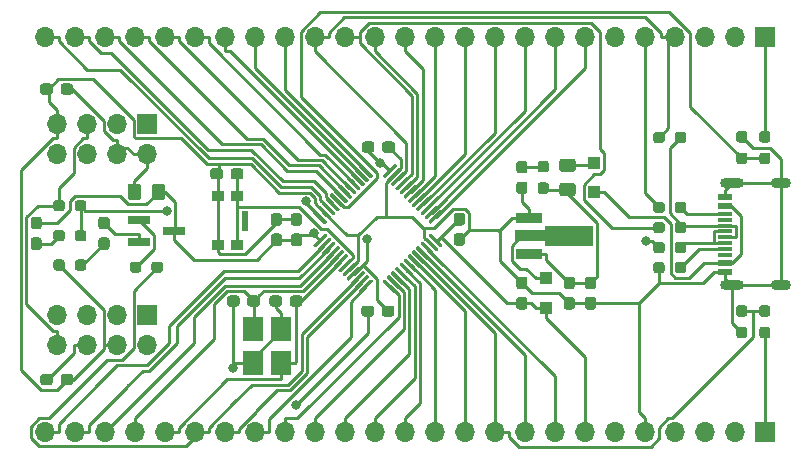
<source format=gtl>
G04 #@! TF.GenerationSoftware,KiCad,Pcbnew,5.1.8+dfsg1-1~bpo10+1*
G04 #@! TF.CreationDate,2020-12-26T22:42:37+08:00*
G04 #@! TF.ProjectId,stm32-io-extend,73746d33-322d-4696-9f2d-657874656e64,rev?*
G04 #@! TF.SameCoordinates,PX4cf27c8PY5b7b308*
G04 #@! TF.FileFunction,Copper,L1,Top*
G04 #@! TF.FilePolarity,Positive*
%FSLAX46Y46*%
G04 Gerber Fmt 4.6, Leading zero omitted, Abs format (unit mm)*
G04 Created by KiCad (PCBNEW 5.1.8+dfsg1-1~bpo10+1) date 2020-12-26 22:42:37*
%MOMM*%
%LPD*%
G01*
G04 APERTURE LIST*
G04 #@! TA.AperFunction,SMDPad,CuDef*
%ADD10R,1.900000X0.800000*%
G04 #@! TD*
G04 #@! TA.AperFunction,SMDPad,CuDef*
%ADD11R,1.800000X2.100000*%
G04 #@! TD*
G04 #@! TA.AperFunction,SMDPad,CuDef*
%ADD12C,0.100000*%
G04 #@! TD*
G04 #@! TA.AperFunction,SMDPad,CuDef*
%ADD13R,2.300000X0.900000*%
G04 #@! TD*
G04 #@! TA.AperFunction,SMDPad,CuDef*
%ADD14R,0.550000X1.700000*%
G04 #@! TD*
G04 #@! TA.AperFunction,SMDPad,CuDef*
%ADD15R,1.000000X0.900000*%
G04 #@! TD*
G04 #@! TA.AperFunction,ComponentPad*
%ADD16O,1.700000X1.700000*%
G04 #@! TD*
G04 #@! TA.AperFunction,ComponentPad*
%ADD17R,1.700000X1.700000*%
G04 #@! TD*
G04 #@! TA.AperFunction,SMDPad,CuDef*
%ADD18R,1.160000X0.600000*%
G04 #@! TD*
G04 #@! TA.AperFunction,SMDPad,CuDef*
%ADD19R,1.160000X0.300000*%
G04 #@! TD*
G04 #@! TA.AperFunction,ComponentPad*
%ADD20O,1.700000X0.900000*%
G04 #@! TD*
G04 #@! TA.AperFunction,ComponentPad*
%ADD21O,2.000000X0.900000*%
G04 #@! TD*
G04 #@! TA.AperFunction,SMDPad,CuDef*
%ADD22R,1.000000X1.000000*%
G04 #@! TD*
G04 #@! TA.AperFunction,ViaPad*
%ADD23C,0.800000*%
G04 #@! TD*
G04 #@! TA.AperFunction,Conductor*
%ADD24C,0.250000*%
G04 #@! TD*
G04 APERTURE END LIST*
G04 #@! TO.P,U2,48*
G04 #@! TO.N,VCC*
G04 #@! TA.AperFunction,SMDPad,CuDef*
G36*
G01*
X27189516Y20939264D02*
X26252600Y21876180D01*
G75*
G02*
X26252600Y21982246I53033J53033D01*
G01*
X26358666Y22088312D01*
G75*
G02*
X26464732Y22088312I53033J-53033D01*
G01*
X27401648Y21151396D01*
G75*
G02*
X27401648Y21045330I-53033J-53033D01*
G01*
X27295582Y20939264D01*
G75*
G02*
X27189516Y20939264I-53033J53033D01*
G01*
G37*
G04 #@! TD.AperFunction*
G04 #@! TO.P,U2,47*
G04 #@! TO.N,GND*
G04 #@! TA.AperFunction,SMDPad,CuDef*
G36*
G01*
X27543070Y21292818D02*
X26606154Y22229734D01*
G75*
G02*
X26606154Y22335800I53033J53033D01*
G01*
X26712220Y22441866D01*
G75*
G02*
X26818286Y22441866I53033J-53033D01*
G01*
X27755202Y21504950D01*
G75*
G02*
X27755202Y21398884I-53033J-53033D01*
G01*
X27649136Y21292818D01*
G75*
G02*
X27543070Y21292818I-53033J53033D01*
G01*
G37*
G04 #@! TD.AperFunction*
G04 #@! TO.P,U2,46*
G04 #@! TO.N,/PB9*
G04 #@! TA.AperFunction,SMDPad,CuDef*
G36*
G01*
X27896623Y21646371D02*
X26959707Y22583287D01*
G75*
G02*
X26959707Y22689353I53033J53033D01*
G01*
X27065773Y22795419D01*
G75*
G02*
X27171839Y22795419I53033J-53033D01*
G01*
X28108755Y21858503D01*
G75*
G02*
X28108755Y21752437I-53033J-53033D01*
G01*
X28002689Y21646371D01*
G75*
G02*
X27896623Y21646371I-53033J53033D01*
G01*
G37*
G04 #@! TD.AperFunction*
G04 #@! TO.P,U2,45*
G04 #@! TO.N,/PB8*
G04 #@! TA.AperFunction,SMDPad,CuDef*
G36*
G01*
X28250177Y21999925D02*
X27313261Y22936841D01*
G75*
G02*
X27313261Y23042907I53033J53033D01*
G01*
X27419327Y23148973D01*
G75*
G02*
X27525393Y23148973I53033J-53033D01*
G01*
X28462309Y22212057D01*
G75*
G02*
X28462309Y22105991I-53033J-53033D01*
G01*
X28356243Y21999925D01*
G75*
G02*
X28250177Y21999925I-53033J53033D01*
G01*
G37*
G04 #@! TD.AperFunction*
G04 #@! TO.P,U2,44*
G04 #@! TO.N,Net-(R10-Pad2)*
G04 #@! TA.AperFunction,SMDPad,CuDef*
G36*
G01*
X28603730Y22353478D02*
X27666814Y23290394D01*
G75*
G02*
X27666814Y23396460I53033J53033D01*
G01*
X27772880Y23502526D01*
G75*
G02*
X27878946Y23502526I53033J-53033D01*
G01*
X28815862Y22565610D01*
G75*
G02*
X28815862Y22459544I-53033J-53033D01*
G01*
X28709796Y22353478D01*
G75*
G02*
X28603730Y22353478I-53033J53033D01*
G01*
G37*
G04 #@! TD.AperFunction*
G04 #@! TO.P,U2,43*
G04 #@! TO.N,/PB7*
G04 #@! TA.AperFunction,SMDPad,CuDef*
G36*
G01*
X28957283Y22707031D02*
X28020367Y23643947D01*
G75*
G02*
X28020367Y23750013I53033J53033D01*
G01*
X28126433Y23856079D01*
G75*
G02*
X28232499Y23856079I53033J-53033D01*
G01*
X29169415Y22919163D01*
G75*
G02*
X29169415Y22813097I-53033J-53033D01*
G01*
X29063349Y22707031D01*
G75*
G02*
X28957283Y22707031I-53033J53033D01*
G01*
G37*
G04 #@! TD.AperFunction*
G04 #@! TO.P,U2,42*
G04 #@! TO.N,/PB6*
G04 #@! TA.AperFunction,SMDPad,CuDef*
G36*
G01*
X29310837Y23060585D02*
X28373921Y23997501D01*
G75*
G02*
X28373921Y24103567I53033J53033D01*
G01*
X28479987Y24209633D01*
G75*
G02*
X28586053Y24209633I53033J-53033D01*
G01*
X29522969Y23272717D01*
G75*
G02*
X29522969Y23166651I-53033J-53033D01*
G01*
X29416903Y23060585D01*
G75*
G02*
X29310837Y23060585I-53033J53033D01*
G01*
G37*
G04 #@! TD.AperFunction*
G04 #@! TO.P,U2,41*
G04 #@! TO.N,/PB5*
G04 #@! TA.AperFunction,SMDPad,CuDef*
G36*
G01*
X29664390Y23414138D02*
X28727474Y24351054D01*
G75*
G02*
X28727474Y24457120I53033J53033D01*
G01*
X28833540Y24563186D01*
G75*
G02*
X28939606Y24563186I53033J-53033D01*
G01*
X29876522Y23626270D01*
G75*
G02*
X29876522Y23520204I-53033J-53033D01*
G01*
X29770456Y23414138D01*
G75*
G02*
X29664390Y23414138I-53033J53033D01*
G01*
G37*
G04 #@! TD.AperFunction*
G04 #@! TO.P,U2,40*
G04 #@! TO.N,/PB4*
G04 #@! TA.AperFunction,SMDPad,CuDef*
G36*
G01*
X30017943Y23767691D02*
X29081027Y24704607D01*
G75*
G02*
X29081027Y24810673I53033J53033D01*
G01*
X29187093Y24916739D01*
G75*
G02*
X29293159Y24916739I53033J-53033D01*
G01*
X30230075Y23979823D01*
G75*
G02*
X30230075Y23873757I-53033J-53033D01*
G01*
X30124009Y23767691D01*
G75*
G02*
X30017943Y23767691I-53033J53033D01*
G01*
G37*
G04 #@! TD.AperFunction*
G04 #@! TO.P,U2,39*
G04 #@! TO.N,/PB3*
G04 #@! TA.AperFunction,SMDPad,CuDef*
G36*
G01*
X30371497Y24121245D02*
X29434581Y25058161D01*
G75*
G02*
X29434581Y25164227I53033J53033D01*
G01*
X29540647Y25270293D01*
G75*
G02*
X29646713Y25270293I53033J-53033D01*
G01*
X30583629Y24333377D01*
G75*
G02*
X30583629Y24227311I-53033J-53033D01*
G01*
X30477563Y24121245D01*
G75*
G02*
X30371497Y24121245I-53033J53033D01*
G01*
G37*
G04 #@! TD.AperFunction*
G04 #@! TO.P,U2,38*
G04 #@! TO.N,/PA15*
G04 #@! TA.AperFunction,SMDPad,CuDef*
G36*
G01*
X30725050Y24474798D02*
X29788134Y25411714D01*
G75*
G02*
X29788134Y25517780I53033J53033D01*
G01*
X29894200Y25623846D01*
G75*
G02*
X30000266Y25623846I53033J-53033D01*
G01*
X30937182Y24686930D01*
G75*
G02*
X30937182Y24580864I-53033J-53033D01*
G01*
X30831116Y24474798D01*
G75*
G02*
X30725050Y24474798I-53033J53033D01*
G01*
G37*
G04 #@! TD.AperFunction*
G04 #@! TO.P,U2,37*
G04 #@! TO.N,/PA14*
G04 #@! TA.AperFunction,SMDPad,CuDef*
G36*
G01*
X31078604Y24828352D02*
X30141688Y25765268D01*
G75*
G02*
X30141688Y25871334I53033J53033D01*
G01*
X30247754Y25977400D01*
G75*
G02*
X30353820Y25977400I53033J-53033D01*
G01*
X31290736Y25040484D01*
G75*
G02*
X31290736Y24934418I-53033J-53033D01*
G01*
X31184670Y24828352D01*
G75*
G02*
X31078604Y24828352I-53033J53033D01*
G01*
G37*
G04 #@! TD.AperFunction*
G04 #@! TO.P,U2,36*
G04 #@! TO.N,VCC*
G04 #@! TA.AperFunction,SMDPad,CuDef*
G36*
G01*
X32245330Y24828352D02*
X32139264Y24934418D01*
G75*
G02*
X32139264Y25040484I53033J53033D01*
G01*
X33076180Y25977400D01*
G75*
G02*
X33182246Y25977400I53033J-53033D01*
G01*
X33288312Y25871334D01*
G75*
G02*
X33288312Y25765268I-53033J-53033D01*
G01*
X32351396Y24828352D01*
G75*
G02*
X32245330Y24828352I-53033J53033D01*
G01*
G37*
G04 #@! TD.AperFunction*
G04 #@! TO.P,U2,35*
G04 #@! TO.N,GND*
G04 #@! TA.AperFunction,SMDPad,CuDef*
G36*
G01*
X32598884Y24474798D02*
X32492818Y24580864D01*
G75*
G02*
X32492818Y24686930I53033J53033D01*
G01*
X33429734Y25623846D01*
G75*
G02*
X33535800Y25623846I53033J-53033D01*
G01*
X33641866Y25517780D01*
G75*
G02*
X33641866Y25411714I-53033J-53033D01*
G01*
X32704950Y24474798D01*
G75*
G02*
X32598884Y24474798I-53033J53033D01*
G01*
G37*
G04 #@! TD.AperFunction*
G04 #@! TO.P,U2,34*
G04 #@! TO.N,/PA13*
G04 #@! TA.AperFunction,SMDPad,CuDef*
G36*
G01*
X32952437Y24121245D02*
X32846371Y24227311D01*
G75*
G02*
X32846371Y24333377I53033J53033D01*
G01*
X33783287Y25270293D01*
G75*
G02*
X33889353Y25270293I53033J-53033D01*
G01*
X33995419Y25164227D01*
G75*
G02*
X33995419Y25058161I-53033J-53033D01*
G01*
X33058503Y24121245D01*
G75*
G02*
X32952437Y24121245I-53033J53033D01*
G01*
G37*
G04 #@! TD.AperFunction*
G04 #@! TO.P,U2,33*
G04 #@! TO.N,/PA12*
G04 #@! TA.AperFunction,SMDPad,CuDef*
G36*
G01*
X33305991Y23767691D02*
X33199925Y23873757D01*
G75*
G02*
X33199925Y23979823I53033J53033D01*
G01*
X34136841Y24916739D01*
G75*
G02*
X34242907Y24916739I53033J-53033D01*
G01*
X34348973Y24810673D01*
G75*
G02*
X34348973Y24704607I-53033J-53033D01*
G01*
X33412057Y23767691D01*
G75*
G02*
X33305991Y23767691I-53033J53033D01*
G01*
G37*
G04 #@! TD.AperFunction*
G04 #@! TO.P,U2,32*
G04 #@! TO.N,/PA11*
G04 #@! TA.AperFunction,SMDPad,CuDef*
G36*
G01*
X33659544Y23414138D02*
X33553478Y23520204D01*
G75*
G02*
X33553478Y23626270I53033J53033D01*
G01*
X34490394Y24563186D01*
G75*
G02*
X34596460Y24563186I53033J-53033D01*
G01*
X34702526Y24457120D01*
G75*
G02*
X34702526Y24351054I-53033J-53033D01*
G01*
X33765610Y23414138D01*
G75*
G02*
X33659544Y23414138I-53033J53033D01*
G01*
G37*
G04 #@! TD.AperFunction*
G04 #@! TO.P,U2,31*
G04 #@! TO.N,/PA10*
G04 #@! TA.AperFunction,SMDPad,CuDef*
G36*
G01*
X34013097Y23060585D02*
X33907031Y23166651D01*
G75*
G02*
X33907031Y23272717I53033J53033D01*
G01*
X34843947Y24209633D01*
G75*
G02*
X34950013Y24209633I53033J-53033D01*
G01*
X35056079Y24103567D01*
G75*
G02*
X35056079Y23997501I-53033J-53033D01*
G01*
X34119163Y23060585D01*
G75*
G02*
X34013097Y23060585I-53033J53033D01*
G01*
G37*
G04 #@! TD.AperFunction*
G04 #@! TO.P,U2,30*
G04 #@! TO.N,/PA9*
G04 #@! TA.AperFunction,SMDPad,CuDef*
G36*
G01*
X34366651Y22707031D02*
X34260585Y22813097D01*
G75*
G02*
X34260585Y22919163I53033J53033D01*
G01*
X35197501Y23856079D01*
G75*
G02*
X35303567Y23856079I53033J-53033D01*
G01*
X35409633Y23750013D01*
G75*
G02*
X35409633Y23643947I-53033J-53033D01*
G01*
X34472717Y22707031D01*
G75*
G02*
X34366651Y22707031I-53033J53033D01*
G01*
G37*
G04 #@! TD.AperFunction*
G04 #@! TO.P,U2,29*
G04 #@! TO.N,/PA8*
G04 #@! TA.AperFunction,SMDPad,CuDef*
G36*
G01*
X34720204Y22353478D02*
X34614138Y22459544D01*
G75*
G02*
X34614138Y22565610I53033J53033D01*
G01*
X35551054Y23502526D01*
G75*
G02*
X35657120Y23502526I53033J-53033D01*
G01*
X35763186Y23396460D01*
G75*
G02*
X35763186Y23290394I-53033J-53033D01*
G01*
X34826270Y22353478D01*
G75*
G02*
X34720204Y22353478I-53033J53033D01*
G01*
G37*
G04 #@! TD.AperFunction*
G04 #@! TO.P,U2,28*
G04 #@! TO.N,/PB15*
G04 #@! TA.AperFunction,SMDPad,CuDef*
G36*
G01*
X35073757Y21999925D02*
X34967691Y22105991D01*
G75*
G02*
X34967691Y22212057I53033J53033D01*
G01*
X35904607Y23148973D01*
G75*
G02*
X36010673Y23148973I53033J-53033D01*
G01*
X36116739Y23042907D01*
G75*
G02*
X36116739Y22936841I-53033J-53033D01*
G01*
X35179823Y21999925D01*
G75*
G02*
X35073757Y21999925I-53033J53033D01*
G01*
G37*
G04 #@! TD.AperFunction*
G04 #@! TO.P,U2,27*
G04 #@! TO.N,/PB14*
G04 #@! TA.AperFunction,SMDPad,CuDef*
G36*
G01*
X35427311Y21646371D02*
X35321245Y21752437D01*
G75*
G02*
X35321245Y21858503I53033J53033D01*
G01*
X36258161Y22795419D01*
G75*
G02*
X36364227Y22795419I53033J-53033D01*
G01*
X36470293Y22689353D01*
G75*
G02*
X36470293Y22583287I-53033J-53033D01*
G01*
X35533377Y21646371D01*
G75*
G02*
X35427311Y21646371I-53033J53033D01*
G01*
G37*
G04 #@! TD.AperFunction*
G04 #@! TO.P,U2,26*
G04 #@! TO.N,/PB13*
G04 #@! TA.AperFunction,SMDPad,CuDef*
G36*
G01*
X35780864Y21292818D02*
X35674798Y21398884D01*
G75*
G02*
X35674798Y21504950I53033J53033D01*
G01*
X36611714Y22441866D01*
G75*
G02*
X36717780Y22441866I53033J-53033D01*
G01*
X36823846Y22335800D01*
G75*
G02*
X36823846Y22229734I-53033J-53033D01*
G01*
X35886930Y21292818D01*
G75*
G02*
X35780864Y21292818I-53033J53033D01*
G01*
G37*
G04 #@! TD.AperFunction*
G04 #@! TO.P,U2,25*
G04 #@! TO.N,/PB12*
G04 #@! TA.AperFunction,SMDPad,CuDef*
G36*
G01*
X36134418Y20939264D02*
X36028352Y21045330D01*
G75*
G02*
X36028352Y21151396I53033J53033D01*
G01*
X36965268Y22088312D01*
G75*
G02*
X37071334Y22088312I53033J-53033D01*
G01*
X37177400Y21982246D01*
G75*
G02*
X37177400Y21876180I-53033J-53033D01*
G01*
X36240484Y20939264D01*
G75*
G02*
X36134418Y20939264I-53033J53033D01*
G01*
G37*
G04 #@! TD.AperFunction*
G04 #@! TO.P,U2,24*
G04 #@! TO.N,VCC*
G04 #@! TA.AperFunction,SMDPad,CuDef*
G36*
G01*
X36965268Y18941688D02*
X36028352Y19878604D01*
G75*
G02*
X36028352Y19984670I53033J53033D01*
G01*
X36134418Y20090736D01*
G75*
G02*
X36240484Y20090736I53033J-53033D01*
G01*
X37177400Y19153820D01*
G75*
G02*
X37177400Y19047754I-53033J-53033D01*
G01*
X37071334Y18941688D01*
G75*
G02*
X36965268Y18941688I-53033J53033D01*
G01*
G37*
G04 #@! TD.AperFunction*
G04 #@! TO.P,U2,23*
G04 #@! TO.N,GND*
G04 #@! TA.AperFunction,SMDPad,CuDef*
G36*
G01*
X36611714Y18588134D02*
X35674798Y19525050D01*
G75*
G02*
X35674798Y19631116I53033J53033D01*
G01*
X35780864Y19737182D01*
G75*
G02*
X35886930Y19737182I53033J-53033D01*
G01*
X36823846Y18800266D01*
G75*
G02*
X36823846Y18694200I-53033J-53033D01*
G01*
X36717780Y18588134D01*
G75*
G02*
X36611714Y18588134I-53033J53033D01*
G01*
G37*
G04 #@! TD.AperFunction*
G04 #@! TO.P,U2,22*
G04 #@! TO.N,/PB11*
G04 #@! TA.AperFunction,SMDPad,CuDef*
G36*
G01*
X36258161Y18234581D02*
X35321245Y19171497D01*
G75*
G02*
X35321245Y19277563I53033J53033D01*
G01*
X35427311Y19383629D01*
G75*
G02*
X35533377Y19383629I53033J-53033D01*
G01*
X36470293Y18446713D01*
G75*
G02*
X36470293Y18340647I-53033J-53033D01*
G01*
X36364227Y18234581D01*
G75*
G02*
X36258161Y18234581I-53033J53033D01*
G01*
G37*
G04 #@! TD.AperFunction*
G04 #@! TO.P,U2,21*
G04 #@! TO.N,/PB10*
G04 #@! TA.AperFunction,SMDPad,CuDef*
G36*
G01*
X35904607Y17881027D02*
X34967691Y18817943D01*
G75*
G02*
X34967691Y18924009I53033J53033D01*
G01*
X35073757Y19030075D01*
G75*
G02*
X35179823Y19030075I53033J-53033D01*
G01*
X36116739Y18093159D01*
G75*
G02*
X36116739Y17987093I-53033J-53033D01*
G01*
X36010673Y17881027D01*
G75*
G02*
X35904607Y17881027I-53033J53033D01*
G01*
G37*
G04 #@! TD.AperFunction*
G04 #@! TO.P,U2,20*
G04 #@! TO.N,/PB2*
G04 #@! TA.AperFunction,SMDPad,CuDef*
G36*
G01*
X35551054Y17527474D02*
X34614138Y18464390D01*
G75*
G02*
X34614138Y18570456I53033J53033D01*
G01*
X34720204Y18676522D01*
G75*
G02*
X34826270Y18676522I53033J-53033D01*
G01*
X35763186Y17739606D01*
G75*
G02*
X35763186Y17633540I-53033J-53033D01*
G01*
X35657120Y17527474D01*
G75*
G02*
X35551054Y17527474I-53033J53033D01*
G01*
G37*
G04 #@! TD.AperFunction*
G04 #@! TO.P,U2,19*
G04 #@! TO.N,/PB1*
G04 #@! TA.AperFunction,SMDPad,CuDef*
G36*
G01*
X35197501Y17173921D02*
X34260585Y18110837D01*
G75*
G02*
X34260585Y18216903I53033J53033D01*
G01*
X34366651Y18322969D01*
G75*
G02*
X34472717Y18322969I53033J-53033D01*
G01*
X35409633Y17386053D01*
G75*
G02*
X35409633Y17279987I-53033J-53033D01*
G01*
X35303567Y17173921D01*
G75*
G02*
X35197501Y17173921I-53033J53033D01*
G01*
G37*
G04 #@! TD.AperFunction*
G04 #@! TO.P,U2,18*
G04 #@! TO.N,/PB0*
G04 #@! TA.AperFunction,SMDPad,CuDef*
G36*
G01*
X34843947Y16820367D02*
X33907031Y17757283D01*
G75*
G02*
X33907031Y17863349I53033J53033D01*
G01*
X34013097Y17969415D01*
G75*
G02*
X34119163Y17969415I53033J-53033D01*
G01*
X35056079Y17032499D01*
G75*
G02*
X35056079Y16926433I-53033J-53033D01*
G01*
X34950013Y16820367D01*
G75*
G02*
X34843947Y16820367I-53033J53033D01*
G01*
G37*
G04 #@! TD.AperFunction*
G04 #@! TO.P,U2,17*
G04 #@! TO.N,/DI*
G04 #@! TA.AperFunction,SMDPad,CuDef*
G36*
G01*
X34490394Y16466814D02*
X33553478Y17403730D01*
G75*
G02*
X33553478Y17509796I53033J53033D01*
G01*
X33659544Y17615862D01*
G75*
G02*
X33765610Y17615862I53033J-53033D01*
G01*
X34702526Y16678946D01*
G75*
G02*
X34702526Y16572880I-53033J-53033D01*
G01*
X34596460Y16466814D01*
G75*
G02*
X34490394Y16466814I-53033J53033D01*
G01*
G37*
G04 #@! TD.AperFunction*
G04 #@! TO.P,U2,16*
G04 #@! TO.N,/DO*
G04 #@! TA.AperFunction,SMDPad,CuDef*
G36*
G01*
X34136841Y16113261D02*
X33199925Y17050177D01*
G75*
G02*
X33199925Y17156243I53033J53033D01*
G01*
X33305991Y17262309D01*
G75*
G02*
X33412057Y17262309I53033J-53033D01*
G01*
X34348973Y16325393D01*
G75*
G02*
X34348973Y16219327I-53033J-53033D01*
G01*
X34242907Y16113261D01*
G75*
G02*
X34136841Y16113261I-53033J53033D01*
G01*
G37*
G04 #@! TD.AperFunction*
G04 #@! TO.P,U2,15*
G04 #@! TO.N,/CLK*
G04 #@! TA.AperFunction,SMDPad,CuDef*
G36*
G01*
X33783287Y15759707D02*
X32846371Y16696623D01*
G75*
G02*
X32846371Y16802689I53033J53033D01*
G01*
X32952437Y16908755D01*
G75*
G02*
X33058503Y16908755I53033J-53033D01*
G01*
X33995419Y15971839D01*
G75*
G02*
X33995419Y15865773I-53033J-53033D01*
G01*
X33889353Y15759707D01*
G75*
G02*
X33783287Y15759707I-53033J53033D01*
G01*
G37*
G04 #@! TD.AperFunction*
G04 #@! TO.P,U2,14*
G04 #@! TO.N,/CS*
G04 #@! TA.AperFunction,SMDPad,CuDef*
G36*
G01*
X33429734Y15406154D02*
X32492818Y16343070D01*
G75*
G02*
X32492818Y16449136I53033J53033D01*
G01*
X32598884Y16555202D01*
G75*
G02*
X32704950Y16555202I53033J-53033D01*
G01*
X33641866Y15618286D01*
G75*
G02*
X33641866Y15512220I-53033J-53033D01*
G01*
X33535800Y15406154D01*
G75*
G02*
X33429734Y15406154I-53033J53033D01*
G01*
G37*
G04 #@! TD.AperFunction*
G04 #@! TO.P,U2,13*
G04 #@! TO.N,/PA3*
G04 #@! TA.AperFunction,SMDPad,CuDef*
G36*
G01*
X33076180Y15052600D02*
X32139264Y15989516D01*
G75*
G02*
X32139264Y16095582I53033J53033D01*
G01*
X32245330Y16201648D01*
G75*
G02*
X32351396Y16201648I53033J-53033D01*
G01*
X33288312Y15264732D01*
G75*
G02*
X33288312Y15158666I-53033J-53033D01*
G01*
X33182246Y15052600D01*
G75*
G02*
X33076180Y15052600I-53033J53033D01*
G01*
G37*
G04 #@! TD.AperFunction*
G04 #@! TO.P,U2,12*
G04 #@! TO.N,/PA2*
G04 #@! TA.AperFunction,SMDPad,CuDef*
G36*
G01*
X30247754Y15052600D02*
X30141688Y15158666D01*
G75*
G02*
X30141688Y15264732I53033J53033D01*
G01*
X31078604Y16201648D01*
G75*
G02*
X31184670Y16201648I53033J-53033D01*
G01*
X31290736Y16095582D01*
G75*
G02*
X31290736Y15989516I-53033J-53033D01*
G01*
X30353820Y15052600D01*
G75*
G02*
X30247754Y15052600I-53033J53033D01*
G01*
G37*
G04 #@! TD.AperFunction*
G04 #@! TO.P,U2,11*
G04 #@! TO.N,/PA1*
G04 #@! TA.AperFunction,SMDPad,CuDef*
G36*
G01*
X29894200Y15406154D02*
X29788134Y15512220D01*
G75*
G02*
X29788134Y15618286I53033J53033D01*
G01*
X30725050Y16555202D01*
G75*
G02*
X30831116Y16555202I53033J-53033D01*
G01*
X30937182Y16449136D01*
G75*
G02*
X30937182Y16343070I-53033J-53033D01*
G01*
X30000266Y15406154D01*
G75*
G02*
X29894200Y15406154I-53033J53033D01*
G01*
G37*
G04 #@! TD.AperFunction*
G04 #@! TO.P,U2,10*
G04 #@! TO.N,/PA0*
G04 #@! TA.AperFunction,SMDPad,CuDef*
G36*
G01*
X29540647Y15759707D02*
X29434581Y15865773D01*
G75*
G02*
X29434581Y15971839I53033J53033D01*
G01*
X30371497Y16908755D01*
G75*
G02*
X30477563Y16908755I53033J-53033D01*
G01*
X30583629Y16802689D01*
G75*
G02*
X30583629Y16696623I-53033J-53033D01*
G01*
X29646713Y15759707D01*
G75*
G02*
X29540647Y15759707I-53033J53033D01*
G01*
G37*
G04 #@! TD.AperFunction*
G04 #@! TO.P,U2,9*
G04 #@! TO.N,VCC*
G04 #@! TA.AperFunction,SMDPad,CuDef*
G36*
G01*
X29187093Y16113261D02*
X29081027Y16219327D01*
G75*
G02*
X29081027Y16325393I53033J53033D01*
G01*
X30017943Y17262309D01*
G75*
G02*
X30124009Y17262309I53033J-53033D01*
G01*
X30230075Y17156243D01*
G75*
G02*
X30230075Y17050177I-53033J-53033D01*
G01*
X29293159Y16113261D01*
G75*
G02*
X29187093Y16113261I-53033J53033D01*
G01*
G37*
G04 #@! TD.AperFunction*
G04 #@! TO.P,U2,8*
G04 #@! TO.N,GND*
G04 #@! TA.AperFunction,SMDPad,CuDef*
G36*
G01*
X28833540Y16466814D02*
X28727474Y16572880D01*
G75*
G02*
X28727474Y16678946I53033J53033D01*
G01*
X29664390Y17615862D01*
G75*
G02*
X29770456Y17615862I53033J-53033D01*
G01*
X29876522Y17509796D01*
G75*
G02*
X29876522Y17403730I-53033J-53033D01*
G01*
X28939606Y16466814D01*
G75*
G02*
X28833540Y16466814I-53033J53033D01*
G01*
G37*
G04 #@! TD.AperFunction*
G04 #@! TO.P,U2,7*
G04 #@! TO.N,/NRST*
G04 #@! TA.AperFunction,SMDPad,CuDef*
G36*
G01*
X28479987Y16820367D02*
X28373921Y16926433D01*
G75*
G02*
X28373921Y17032499I53033J53033D01*
G01*
X29310837Y17969415D01*
G75*
G02*
X29416903Y17969415I53033J-53033D01*
G01*
X29522969Y17863349D01*
G75*
G02*
X29522969Y17757283I-53033J-53033D01*
G01*
X28586053Y16820367D01*
G75*
G02*
X28479987Y16820367I-53033J53033D01*
G01*
G37*
G04 #@! TD.AperFunction*
G04 #@! TO.P,U2,6*
G04 #@! TO.N,/OSC_OUT*
G04 #@! TA.AperFunction,SMDPad,CuDef*
G36*
G01*
X28126433Y17173921D02*
X28020367Y17279987D01*
G75*
G02*
X28020367Y17386053I53033J53033D01*
G01*
X28957283Y18322969D01*
G75*
G02*
X29063349Y18322969I53033J-53033D01*
G01*
X29169415Y18216903D01*
G75*
G02*
X29169415Y18110837I-53033J-53033D01*
G01*
X28232499Y17173921D01*
G75*
G02*
X28126433Y17173921I-53033J53033D01*
G01*
G37*
G04 #@! TD.AperFunction*
G04 #@! TO.P,U2,5*
G04 #@! TO.N,/OSC_IN*
G04 #@! TA.AperFunction,SMDPad,CuDef*
G36*
G01*
X27772880Y17527474D02*
X27666814Y17633540D01*
G75*
G02*
X27666814Y17739606I53033J53033D01*
G01*
X28603730Y18676522D01*
G75*
G02*
X28709796Y18676522I53033J-53033D01*
G01*
X28815862Y18570456D01*
G75*
G02*
X28815862Y18464390I-53033J-53033D01*
G01*
X27878946Y17527474D01*
G75*
G02*
X27772880Y17527474I-53033J53033D01*
G01*
G37*
G04 #@! TD.AperFunction*
G04 #@! TO.P,U2,4*
G04 #@! TO.N,/PC15*
G04 #@! TA.AperFunction,SMDPad,CuDef*
G36*
G01*
X27419327Y17881027D02*
X27313261Y17987093D01*
G75*
G02*
X27313261Y18093159I53033J53033D01*
G01*
X28250177Y19030075D01*
G75*
G02*
X28356243Y19030075I53033J-53033D01*
G01*
X28462309Y18924009D01*
G75*
G02*
X28462309Y18817943I-53033J-53033D01*
G01*
X27525393Y17881027D01*
G75*
G02*
X27419327Y17881027I-53033J53033D01*
G01*
G37*
G04 #@! TD.AperFunction*
G04 #@! TO.P,U2,3*
G04 #@! TO.N,/PC14*
G04 #@! TA.AperFunction,SMDPad,CuDef*
G36*
G01*
X27065773Y18234581D02*
X26959707Y18340647D01*
G75*
G02*
X26959707Y18446713I53033J53033D01*
G01*
X27896623Y19383629D01*
G75*
G02*
X28002689Y19383629I53033J-53033D01*
G01*
X28108755Y19277563D01*
G75*
G02*
X28108755Y19171497I-53033J-53033D01*
G01*
X27171839Y18234581D01*
G75*
G02*
X27065773Y18234581I-53033J53033D01*
G01*
G37*
G04 #@! TD.AperFunction*
G04 #@! TO.P,U2,2*
G04 #@! TO.N,/PC13*
G04 #@! TA.AperFunction,SMDPad,CuDef*
G36*
G01*
X26712220Y18588134D02*
X26606154Y18694200D01*
G75*
G02*
X26606154Y18800266I53033J53033D01*
G01*
X27543070Y19737182D01*
G75*
G02*
X27649136Y19737182I53033J-53033D01*
G01*
X27755202Y19631116D01*
G75*
G02*
X27755202Y19525050I-53033J-53033D01*
G01*
X26818286Y18588134D01*
G75*
G02*
X26712220Y18588134I-53033J53033D01*
G01*
G37*
G04 #@! TD.AperFunction*
G04 #@! TO.P,U2,1*
G04 #@! TO.N,VCC*
G04 #@! TA.AperFunction,SMDPad,CuDef*
G36*
G01*
X26358666Y18941688D02*
X26252600Y19047754D01*
G75*
G02*
X26252600Y19153820I53033J53033D01*
G01*
X27189516Y20090736D01*
G75*
G02*
X27295582Y20090736I53033J-53033D01*
G01*
X27401648Y19984670D01*
G75*
G02*
X27401648Y19878604I-53033J-53033D01*
G01*
X26464732Y18941688D01*
G75*
G02*
X26358666Y18941688I-53033J53033D01*
G01*
G37*
G04 #@! TD.AperFunction*
G04 #@! TD*
G04 #@! TO.P,R14,2*
G04 #@! TO.N,Net-(J5-Pad6)*
G04 #@! TA.AperFunction,SMDPad,CuDef*
G36*
G01*
X6050000Y19667500D02*
X6050000Y20142500D01*
G75*
G02*
X6287500Y20380000I237500J0D01*
G01*
X6787500Y20380000D01*
G75*
G02*
X7025000Y20142500I0J-237500D01*
G01*
X7025000Y19667500D01*
G75*
G02*
X6787500Y19430000I-237500J0D01*
G01*
X6287500Y19430000D01*
G75*
G02*
X6050000Y19667500I0J237500D01*
G01*
G37*
G04 #@! TD.AperFunction*
G04 #@! TO.P,R14,1*
G04 #@! TO.N,Net-(D4-Pad1)*
G04 #@! TA.AperFunction,SMDPad,CuDef*
G36*
G01*
X4225000Y19667500D02*
X4225000Y20142500D01*
G75*
G02*
X4462500Y20380000I237500J0D01*
G01*
X4962500Y20380000D01*
G75*
G02*
X5200000Y20142500I0J-237500D01*
G01*
X5200000Y19667500D01*
G75*
G02*
X4962500Y19430000I-237500J0D01*
G01*
X4462500Y19430000D01*
G75*
G02*
X4225000Y19667500I0J237500D01*
G01*
G37*
G04 #@! TD.AperFunction*
G04 #@! TD*
D10*
G04 #@! TO.P,Q1,3*
G04 #@! TO.N,VCC*
X14485000Y20305000D03*
G04 #@! TO.P,Q1,2*
G04 #@! TO.N,Net-(D5-Pad2)*
X11485000Y19355000D03*
G04 #@! TO.P,Q1,1*
G04 #@! TO.N,Net-(Q1-Pad1)*
X11485000Y21255000D03*
G04 #@! TD*
G04 #@! TO.P,D5,2*
G04 #@! TO.N,Net-(D5-Pad2)*
G04 #@! TA.AperFunction,SMDPad,CuDef*
G36*
G01*
X8752500Y20465000D02*
X8277500Y20465000D01*
G75*
G02*
X8040000Y20702500I0J237500D01*
G01*
X8040000Y21277500D01*
G75*
G02*
X8277500Y21515000I237500J0D01*
G01*
X8752500Y21515000D01*
G75*
G02*
X8990000Y21277500I0J-237500D01*
G01*
X8990000Y20702500D01*
G75*
G02*
X8752500Y20465000I-237500J0D01*
G01*
G37*
G04 #@! TD.AperFunction*
G04 #@! TO.P,D5,1*
G04 #@! TO.N,Net-(D5-Pad1)*
G04 #@! TA.AperFunction,SMDPad,CuDef*
G36*
G01*
X8752500Y18715000D02*
X8277500Y18715000D01*
G75*
G02*
X8040000Y18952500I0J237500D01*
G01*
X8040000Y19527500D01*
G75*
G02*
X8277500Y19765000I237500J0D01*
G01*
X8752500Y19765000D01*
G75*
G02*
X8990000Y19527500I0J-237500D01*
G01*
X8990000Y18952500D01*
G75*
G02*
X8752500Y18715000I-237500J0D01*
G01*
G37*
G04 #@! TD.AperFunction*
G04 #@! TD*
G04 #@! TO.P,D4,2*
G04 #@! TO.N,VCC*
G04 #@! TA.AperFunction,SMDPad,CuDef*
G36*
G01*
X3012500Y20465000D02*
X2537500Y20465000D01*
G75*
G02*
X2300000Y20702500I0J237500D01*
G01*
X2300000Y21277500D01*
G75*
G02*
X2537500Y21515000I237500J0D01*
G01*
X3012500Y21515000D01*
G75*
G02*
X3250000Y21277500I0J-237500D01*
G01*
X3250000Y20702500D01*
G75*
G02*
X3012500Y20465000I-237500J0D01*
G01*
G37*
G04 #@! TD.AperFunction*
G04 #@! TO.P,D4,1*
G04 #@! TO.N,Net-(D4-Pad1)*
G04 #@! TA.AperFunction,SMDPad,CuDef*
G36*
G01*
X3012500Y18715000D02*
X2537500Y18715000D01*
G75*
G02*
X2300000Y18952500I0J237500D01*
G01*
X2300000Y19527500D01*
G75*
G02*
X2537500Y19765000I237500J0D01*
G01*
X3012500Y19765000D01*
G75*
G02*
X3250000Y19527500I0J-237500D01*
G01*
X3250000Y18952500D01*
G75*
G02*
X3012500Y18715000I-237500J0D01*
G01*
G37*
G04 #@! TD.AperFunction*
G04 #@! TD*
D11*
G04 #@! TO.P,Y1,4*
G04 #@! TO.N,GND*
X21165000Y9115000D03*
G04 #@! TO.P,Y1,3*
G04 #@! TO.N,/OSC_IN*
X21165000Y12015000D03*
G04 #@! TO.P,Y1,2*
G04 #@! TO.N,GND*
X23465000Y12015000D03*
G04 #@! TO.P,Y1,1*
G04 #@! TO.N,/OSC_OUT*
X23465000Y9115000D03*
G04 #@! TD*
G04 #@! TA.AperFunction,SMDPad,CuDef*
D12*
G04 #@! TO.P,U1,2*
G04 #@! TO.N,Net-(D3-Pad2)*
G36*
X49955000Y19038500D02*
G01*
X45830000Y19038500D01*
X45830000Y19455000D01*
X43355000Y19455000D01*
X43355000Y20355000D01*
X45830000Y20355000D01*
X45830000Y20771500D01*
X49955000Y20771500D01*
X49955000Y19038500D01*
G37*
G04 #@! TD.AperFunction*
D13*
G04 #@! TO.P,U1,3*
G04 #@! TO.N,Net-(C1-Pad1)*
X44505000Y18405000D03*
G04 #@! TO.P,U1,1*
G04 #@! TO.N,GND*
X44505000Y21405000D03*
G04 #@! TD*
D14*
G04 #@! TO.P,SW1,SH*
G04 #@! TO.N,N/C*
X20420000Y21195000D03*
D15*
G04 #@! TO.P,SW1,1*
G04 #@! TO.N,/NRST*
X19795000Y23245000D03*
G04 #@! TO.P,SW1,2*
G04 #@! TO.N,GND*
X18195000Y23245000D03*
G04 #@! TO.P,SW1,1*
G04 #@! TO.N,/NRST*
X19795000Y19145000D03*
G04 #@! TO.P,SW1,2*
G04 #@! TO.N,GND*
X18195000Y19145000D03*
G04 #@! TD*
G04 #@! TO.P,R13,2*
G04 #@! TO.N,GND*
G04 #@! TA.AperFunction,SMDPad,CuDef*
G36*
G01*
X62277500Y12200000D02*
X62752500Y12200000D01*
G75*
G02*
X62990000Y11962500I0J-237500D01*
G01*
X62990000Y11462500D01*
G75*
G02*
X62752500Y11225000I-237500J0D01*
G01*
X62277500Y11225000D01*
G75*
G02*
X62040000Y11462500I0J237500D01*
G01*
X62040000Y11962500D01*
G75*
G02*
X62277500Y12200000I237500J0D01*
G01*
G37*
G04 #@! TD.AperFunction*
G04 #@! TO.P,R13,1*
G04 #@! TO.N,/PB2*
G04 #@! TA.AperFunction,SMDPad,CuDef*
G36*
G01*
X62277500Y14025000D02*
X62752500Y14025000D01*
G75*
G02*
X62990000Y13787500I0J-237500D01*
G01*
X62990000Y13287500D01*
G75*
G02*
X62752500Y13050000I-237500J0D01*
G01*
X62277500Y13050000D01*
G75*
G02*
X62040000Y13287500I0J237500D01*
G01*
X62040000Y13787500D01*
G75*
G02*
X62277500Y14025000I237500J0D01*
G01*
G37*
G04 #@! TD.AperFunction*
G04 #@! TD*
G04 #@! TO.P,R12,2*
G04 #@! TO.N,/PB2*
G04 #@! TA.AperFunction,SMDPad,CuDef*
G36*
G01*
X64702500Y13050000D02*
X64227500Y13050000D01*
G75*
G02*
X63990000Y13287500I0J237500D01*
G01*
X63990000Y13787500D01*
G75*
G02*
X64227500Y14025000I237500J0D01*
G01*
X64702500Y14025000D01*
G75*
G02*
X64940000Y13787500I0J-237500D01*
G01*
X64940000Y13287500D01*
G75*
G02*
X64702500Y13050000I-237500J0D01*
G01*
G37*
G04 #@! TD.AperFunction*
G04 #@! TO.P,R12,1*
G04 #@! TO.N,/BOOT1_UP*
G04 #@! TA.AperFunction,SMDPad,CuDef*
G36*
G01*
X64702500Y11225000D02*
X64227500Y11225000D01*
G75*
G02*
X63990000Y11462500I0J237500D01*
G01*
X63990000Y11962500D01*
G75*
G02*
X64227500Y12200000I237500J0D01*
G01*
X64702500Y12200000D01*
G75*
G02*
X64940000Y11962500I0J-237500D01*
G01*
X64940000Y11462500D01*
G75*
G02*
X64702500Y11225000I-237500J0D01*
G01*
G37*
G04 #@! TD.AperFunction*
G04 #@! TD*
G04 #@! TO.P,R11,2*
G04 #@! TO.N,GND*
G04 #@! TA.AperFunction,SMDPad,CuDef*
G36*
G01*
X62752500Y27800000D02*
X62277500Y27800000D01*
G75*
G02*
X62040000Y28037500I0J237500D01*
G01*
X62040000Y28537500D01*
G75*
G02*
X62277500Y28775000I237500J0D01*
G01*
X62752500Y28775000D01*
G75*
G02*
X62990000Y28537500I0J-237500D01*
G01*
X62990000Y28037500D01*
G75*
G02*
X62752500Y27800000I-237500J0D01*
G01*
G37*
G04 #@! TD.AperFunction*
G04 #@! TO.P,R11,1*
G04 #@! TO.N,Net-(R10-Pad2)*
G04 #@! TA.AperFunction,SMDPad,CuDef*
G36*
G01*
X62752500Y25975000D02*
X62277500Y25975000D01*
G75*
G02*
X62040000Y26212500I0J237500D01*
G01*
X62040000Y26712500D01*
G75*
G02*
X62277500Y26950000I237500J0D01*
G01*
X62752500Y26950000D01*
G75*
G02*
X62990000Y26712500I0J-237500D01*
G01*
X62990000Y26212500D01*
G75*
G02*
X62752500Y25975000I-237500J0D01*
G01*
G37*
G04 #@! TD.AperFunction*
G04 #@! TD*
G04 #@! TO.P,R10,2*
G04 #@! TO.N,Net-(R10-Pad2)*
G04 #@! TA.AperFunction,SMDPad,CuDef*
G36*
G01*
X64227500Y26950000D02*
X64702500Y26950000D01*
G75*
G02*
X64940000Y26712500I0J-237500D01*
G01*
X64940000Y26212500D01*
G75*
G02*
X64702500Y25975000I-237500J0D01*
G01*
X64227500Y25975000D01*
G75*
G02*
X63990000Y26212500I0J237500D01*
G01*
X63990000Y26712500D01*
G75*
G02*
X64227500Y26950000I237500J0D01*
G01*
G37*
G04 #@! TD.AperFunction*
G04 #@! TO.P,R10,1*
G04 #@! TO.N,/BOOT0_UP*
G04 #@! TA.AperFunction,SMDPad,CuDef*
G36*
G01*
X64227500Y28775000D02*
X64702500Y28775000D01*
G75*
G02*
X64940000Y28537500I0J-237500D01*
G01*
X64940000Y28037500D01*
G75*
G02*
X64702500Y27800000I-237500J0D01*
G01*
X64227500Y27800000D01*
G75*
G02*
X63990000Y28037500I0J237500D01*
G01*
X63990000Y28537500D01*
G75*
G02*
X64227500Y28775000I237500J0D01*
G01*
G37*
G04 #@! TD.AperFunction*
G04 #@! TD*
G04 #@! TO.P,R9,2*
G04 #@! TO.N,GND*
G04 #@! TA.AperFunction,SMDPad,CuDef*
G36*
G01*
X5200000Y17662500D02*
X5200000Y17187500D01*
G75*
G02*
X4962500Y16950000I-237500J0D01*
G01*
X4462500Y16950000D01*
G75*
G02*
X4225000Y17187500I0J237500D01*
G01*
X4225000Y17662500D01*
G75*
G02*
X4462500Y17900000I237500J0D01*
G01*
X4962500Y17900000D01*
G75*
G02*
X5200000Y17662500I0J-237500D01*
G01*
G37*
G04 #@! TD.AperFunction*
G04 #@! TO.P,R9,1*
G04 #@! TO.N,Net-(D5-Pad1)*
G04 #@! TA.AperFunction,SMDPad,CuDef*
G36*
G01*
X7025000Y17662500D02*
X7025000Y17187500D01*
G75*
G02*
X6787500Y16950000I-237500J0D01*
G01*
X6287500Y16950000D01*
G75*
G02*
X6050000Y17187500I0J237500D01*
G01*
X6050000Y17662500D01*
G75*
G02*
X6287500Y17900000I237500J0D01*
G01*
X6787500Y17900000D01*
G75*
G02*
X7025000Y17662500I0J-237500D01*
G01*
G37*
G04 #@! TD.AperFunction*
G04 #@! TD*
G04 #@! TO.P,R8,2*
G04 #@! TO.N,/PA0*
G04 #@! TA.AperFunction,SMDPad,CuDef*
G36*
G01*
X12540000Y17007500D02*
X12540000Y17482500D01*
G75*
G02*
X12777500Y17720000I237500J0D01*
G01*
X13277500Y17720000D01*
G75*
G02*
X13515000Y17482500I0J-237500D01*
G01*
X13515000Y17007500D01*
G75*
G02*
X13277500Y16770000I-237500J0D01*
G01*
X12777500Y16770000D01*
G75*
G02*
X12540000Y17007500I0J237500D01*
G01*
G37*
G04 #@! TD.AperFunction*
G04 #@! TO.P,R8,1*
G04 #@! TO.N,Net-(Q1-Pad1)*
G04 #@! TA.AperFunction,SMDPad,CuDef*
G36*
G01*
X10715000Y17007500D02*
X10715000Y17482500D01*
G75*
G02*
X10952500Y17720000I237500J0D01*
G01*
X11452500Y17720000D01*
G75*
G02*
X11690000Y17482500I0J-237500D01*
G01*
X11690000Y17007500D01*
G75*
G02*
X11452500Y16770000I-237500J0D01*
G01*
X10952500Y16770000D01*
G75*
G02*
X10715000Y17007500I0J237500D01*
G01*
G37*
G04 #@! TD.AperFunction*
G04 #@! TD*
G04 #@! TO.P,R7,2*
G04 #@! TO.N,/nWP*
G04 #@! TA.AperFunction,SMDPad,CuDef*
G36*
G01*
X5200000Y22682500D02*
X5200000Y22207500D01*
G75*
G02*
X4962500Y21970000I-237500J0D01*
G01*
X4462500Y21970000D01*
G75*
G02*
X4225000Y22207500I0J237500D01*
G01*
X4225000Y22682500D01*
G75*
G02*
X4462500Y22920000I237500J0D01*
G01*
X4962500Y22920000D01*
G75*
G02*
X5200000Y22682500I0J-237500D01*
G01*
G37*
G04 #@! TD.AperFunction*
G04 #@! TO.P,R7,1*
G04 #@! TO.N,Net-(J5-Pad6)*
G04 #@! TA.AperFunction,SMDPad,CuDef*
G36*
G01*
X7025000Y22682500D02*
X7025000Y22207500D01*
G75*
G02*
X6787500Y21970000I-237500J0D01*
G01*
X6287500Y21970000D01*
G75*
G02*
X6050000Y22207500I0J237500D01*
G01*
X6050000Y22682500D01*
G75*
G02*
X6287500Y22920000I237500J0D01*
G01*
X6787500Y22920000D01*
G75*
G02*
X7025000Y22682500I0J-237500D01*
G01*
G37*
G04 #@! TD.AperFunction*
G04 #@! TD*
G04 #@! TO.P,R6,2*
G04 #@! TO.N,Net-(J1-PadA6)*
G04 #@! TA.AperFunction,SMDPad,CuDef*
G36*
G01*
X56840000Y27987500D02*
X56840000Y28462500D01*
G75*
G02*
X57077500Y28700000I237500J0D01*
G01*
X57577500Y28700000D01*
G75*
G02*
X57815000Y28462500I0J-237500D01*
G01*
X57815000Y27987500D01*
G75*
G02*
X57577500Y27750000I-237500J0D01*
G01*
X57077500Y27750000D01*
G75*
G02*
X56840000Y27987500I0J237500D01*
G01*
G37*
G04 #@! TD.AperFunction*
G04 #@! TO.P,R6,1*
G04 #@! TO.N,/PA13*
G04 #@! TA.AperFunction,SMDPad,CuDef*
G36*
G01*
X55015000Y27987500D02*
X55015000Y28462500D01*
G75*
G02*
X55252500Y28700000I237500J0D01*
G01*
X55752500Y28700000D01*
G75*
G02*
X55990000Y28462500I0J-237500D01*
G01*
X55990000Y27987500D01*
G75*
G02*
X55752500Y27750000I-237500J0D01*
G01*
X55252500Y27750000D01*
G75*
G02*
X55015000Y27987500I0J237500D01*
G01*
G37*
G04 #@! TD.AperFunction*
G04 #@! TD*
G04 #@! TO.P,R5,2*
G04 #@! TO.N,Net-(J1-PadA6)*
G04 #@! TA.AperFunction,SMDPad,CuDef*
G36*
G01*
X56840000Y20367500D02*
X56840000Y20842500D01*
G75*
G02*
X57077500Y21080000I237500J0D01*
G01*
X57577500Y21080000D01*
G75*
G02*
X57815000Y20842500I0J-237500D01*
G01*
X57815000Y20367500D01*
G75*
G02*
X57577500Y20130000I-237500J0D01*
G01*
X57077500Y20130000D01*
G75*
G02*
X56840000Y20367500I0J237500D01*
G01*
G37*
G04 #@! TD.AperFunction*
G04 #@! TO.P,R5,1*
G04 #@! TO.N,/PA12*
G04 #@! TA.AperFunction,SMDPad,CuDef*
G36*
G01*
X55015000Y20367500D02*
X55015000Y20842500D01*
G75*
G02*
X55252500Y21080000I237500J0D01*
G01*
X55752500Y21080000D01*
G75*
G02*
X55990000Y20842500I0J-237500D01*
G01*
X55990000Y20367500D01*
G75*
G02*
X55752500Y20130000I-237500J0D01*
G01*
X55252500Y20130000D01*
G75*
G02*
X55015000Y20367500I0J237500D01*
G01*
G37*
G04 #@! TD.AperFunction*
G04 #@! TD*
G04 #@! TO.P,R4,2*
G04 #@! TO.N,GND*
G04 #@! TA.AperFunction,SMDPad,CuDef*
G36*
G01*
X55990000Y22542500D02*
X55990000Y22067500D01*
G75*
G02*
X55752500Y21830000I-237500J0D01*
G01*
X55252500Y21830000D01*
G75*
G02*
X55015000Y22067500I0J237500D01*
G01*
X55015000Y22542500D01*
G75*
G02*
X55252500Y22780000I237500J0D01*
G01*
X55752500Y22780000D01*
G75*
G02*
X55990000Y22542500I0J-237500D01*
G01*
G37*
G04 #@! TD.AperFunction*
G04 #@! TO.P,R4,1*
G04 #@! TO.N,Net-(J1-PadB5)*
G04 #@! TA.AperFunction,SMDPad,CuDef*
G36*
G01*
X57815000Y22542500D02*
X57815000Y22067500D01*
G75*
G02*
X57577500Y21830000I-237500J0D01*
G01*
X57077500Y21830000D01*
G75*
G02*
X56840000Y22067500I0J237500D01*
G01*
X56840000Y22542500D01*
G75*
G02*
X57077500Y22780000I237500J0D01*
G01*
X57577500Y22780000D01*
G75*
G02*
X57815000Y22542500I0J-237500D01*
G01*
G37*
G04 #@! TD.AperFunction*
G04 #@! TD*
G04 #@! TO.P,R3,2*
G04 #@! TO.N,Net-(J1-PadA7)*
G04 #@! TA.AperFunction,SMDPad,CuDef*
G36*
G01*
X56840000Y18667500D02*
X56840000Y19142500D01*
G75*
G02*
X57077500Y19380000I237500J0D01*
G01*
X57577500Y19380000D01*
G75*
G02*
X57815000Y19142500I0J-237500D01*
G01*
X57815000Y18667500D01*
G75*
G02*
X57577500Y18430000I-237500J0D01*
G01*
X57077500Y18430000D01*
G75*
G02*
X56840000Y18667500I0J237500D01*
G01*
G37*
G04 #@! TD.AperFunction*
G04 #@! TO.P,R3,1*
G04 #@! TO.N,/PA11*
G04 #@! TA.AperFunction,SMDPad,CuDef*
G36*
G01*
X55015000Y18667500D02*
X55015000Y19142500D01*
G75*
G02*
X55252500Y19380000I237500J0D01*
G01*
X55752500Y19380000D01*
G75*
G02*
X55990000Y19142500I0J-237500D01*
G01*
X55990000Y18667500D01*
G75*
G02*
X55752500Y18430000I-237500J0D01*
G01*
X55252500Y18430000D01*
G75*
G02*
X55015000Y18667500I0J237500D01*
G01*
G37*
G04 #@! TD.AperFunction*
G04 #@! TD*
G04 #@! TO.P,R2,2*
G04 #@! TO.N,Net-(J1-PadA5)*
G04 #@! TA.AperFunction,SMDPad,CuDef*
G36*
G01*
X56840000Y16967500D02*
X56840000Y17442500D01*
G75*
G02*
X57077500Y17680000I237500J0D01*
G01*
X57577500Y17680000D01*
G75*
G02*
X57815000Y17442500I0J-237500D01*
G01*
X57815000Y16967500D01*
G75*
G02*
X57577500Y16730000I-237500J0D01*
G01*
X57077500Y16730000D01*
G75*
G02*
X56840000Y16967500I0J237500D01*
G01*
G37*
G04 #@! TD.AperFunction*
G04 #@! TO.P,R2,1*
G04 #@! TO.N,GND*
G04 #@! TA.AperFunction,SMDPad,CuDef*
G36*
G01*
X55015000Y16967500D02*
X55015000Y17442500D01*
G75*
G02*
X55252500Y17680000I237500J0D01*
G01*
X55752500Y17680000D01*
G75*
G02*
X55990000Y17442500I0J-237500D01*
G01*
X55990000Y16967500D01*
G75*
G02*
X55752500Y16730000I-237500J0D01*
G01*
X55252500Y16730000D01*
G75*
G02*
X55015000Y16967500I0J237500D01*
G01*
G37*
G04 #@! TD.AperFunction*
G04 #@! TD*
G04 #@! TO.P,R1,2*
G04 #@! TO.N,Net-(D2-Pad2)*
G04 #@! TA.AperFunction,SMDPad,CuDef*
G36*
G01*
X45952500Y25270000D02*
X45477500Y25270000D01*
G75*
G02*
X45240000Y25507500I0J237500D01*
G01*
X45240000Y26007500D01*
G75*
G02*
X45477500Y26245000I237500J0D01*
G01*
X45952500Y26245000D01*
G75*
G02*
X46190000Y26007500I0J-237500D01*
G01*
X46190000Y25507500D01*
G75*
G02*
X45952500Y25270000I-237500J0D01*
G01*
G37*
G04 #@! TD.AperFunction*
G04 #@! TO.P,R1,1*
G04 #@! TO.N,Net-(C1-Pad1)*
G04 #@! TA.AperFunction,SMDPad,CuDef*
G36*
G01*
X45952500Y23445000D02*
X45477500Y23445000D01*
G75*
G02*
X45240000Y23682500I0J237500D01*
G01*
X45240000Y24182500D01*
G75*
G02*
X45477500Y24420000I237500J0D01*
G01*
X45952500Y24420000D01*
G75*
G02*
X46190000Y24182500I0J-237500D01*
G01*
X46190000Y23682500D01*
G75*
G02*
X45952500Y23445000I-237500J0D01*
G01*
G37*
G04 #@! TD.AperFunction*
G04 #@! TD*
D16*
G04 #@! TO.P,J5,25*
G04 #@! TO.N,/PC13*
X3515000Y3275000D03*
G04 #@! TO.P,J5,24*
G04 #@! TO.N,/PC14*
X6055000Y3275000D03*
G04 #@! TO.P,J5,23*
G04 #@! TO.N,/PC15*
X8595000Y3275000D03*
G04 #@! TO.P,J5,22*
G04 #@! TO.N,/OSC_IN*
X11135000Y3275000D03*
G04 #@! TO.P,J5,21*
G04 #@! TO.N,/OSC_OUT*
X13675000Y3275000D03*
G04 #@! TO.P,J5,20*
G04 #@! TO.N,/PA0*
X16215000Y3275000D03*
G04 #@! TO.P,J5,19*
G04 #@! TO.N,/PA1*
X18755000Y3275000D03*
G04 #@! TO.P,J5,18*
G04 #@! TO.N,/PA2*
X21295000Y3275000D03*
G04 #@! TO.P,J5,17*
G04 #@! TO.N,/PA3*
X23835000Y3275000D03*
G04 #@! TO.P,J5,16*
G04 #@! TO.N,/CS*
X26375000Y3275000D03*
G04 #@! TO.P,J5,15*
G04 #@! TO.N,/CLK*
X28915000Y3275000D03*
G04 #@! TO.P,J5,14*
G04 #@! TO.N,/DO*
X31455000Y3275000D03*
G04 #@! TO.P,J5,13*
G04 #@! TO.N,/DI*
X33995000Y3275000D03*
G04 #@! TO.P,J5,12*
G04 #@! TO.N,/PB0*
X36535000Y3275000D03*
G04 #@! TO.P,J5,11*
G04 #@! TO.N,/PB1*
X39075000Y3275000D03*
G04 #@! TO.P,J5,10*
G04 #@! TO.N,/PB2*
X41615000Y3275000D03*
G04 #@! TO.P,J5,9*
G04 #@! TO.N,/PB10*
X44155000Y3275000D03*
G04 #@! TO.P,J5,8*
G04 #@! TO.N,/PB11*
X46695000Y3275000D03*
G04 #@! TO.P,J5,7*
G04 #@! TO.N,VCC*
X49235000Y3275000D03*
G04 #@! TO.P,J5,6*
G04 #@! TO.N,Net-(J5-Pad6)*
X51775000Y3275000D03*
G04 #@! TO.P,J5,5*
G04 #@! TO.N,GND*
X54315000Y3275000D03*
G04 #@! TO.P,J5,4*
G04 #@! TO.N,/PA10*
X56855000Y3275000D03*
G04 #@! TO.P,J5,3*
G04 #@! TO.N,/PA9*
X59395000Y3275000D03*
G04 #@! TO.P,J5,2*
G04 #@! TO.N,VCC*
X61935000Y3275000D03*
D17*
G04 #@! TO.P,J5,1*
G04 #@! TO.N,/BOOT1_UP*
X64475000Y3275000D03*
G04 #@! TD*
D16*
G04 #@! TO.P,J4,25*
G04 #@! TO.N,/PB9*
X3515000Y36725000D03*
G04 #@! TO.P,J4,24*
G04 #@! TO.N,/PB8*
X6055000Y36725000D03*
G04 #@! TO.P,J4,23*
G04 #@! TO.N,/PB7*
X8595000Y36725000D03*
G04 #@! TO.P,J4,22*
G04 #@! TO.N,/PB6*
X11135000Y36725000D03*
G04 #@! TO.P,J4,21*
G04 #@! TO.N,/PB5*
X13675000Y36725000D03*
G04 #@! TO.P,J4,20*
G04 #@! TO.N,/PB4*
X16215000Y36725000D03*
G04 #@! TO.P,J4,19*
G04 #@! TO.N,/PB3*
X18755000Y36725000D03*
G04 #@! TO.P,J4,18*
G04 #@! TO.N,/PA15*
X21295000Y36725000D03*
G04 #@! TO.P,J4,17*
G04 #@! TO.N,/PA14*
X23835000Y36725000D03*
G04 #@! TO.P,J4,16*
G04 #@! TO.N,/PA13*
X26375000Y36725000D03*
G04 #@! TO.P,J4,15*
G04 #@! TO.N,/PA12*
X28915000Y36725000D03*
G04 #@! TO.P,J4,14*
G04 #@! TO.N,/PA11*
X31455000Y36725000D03*
G04 #@! TO.P,J4,13*
G04 #@! TO.N,/PA10*
X33995000Y36725000D03*
G04 #@! TO.P,J4,12*
G04 #@! TO.N,/PA9*
X36535000Y36725000D03*
G04 #@! TO.P,J4,11*
G04 #@! TO.N,/PA8*
X39075000Y36725000D03*
G04 #@! TO.P,J4,10*
G04 #@! TO.N,/PB15*
X41615000Y36725000D03*
G04 #@! TO.P,J4,9*
G04 #@! TO.N,/PB14*
X44155000Y36725000D03*
G04 #@! TO.P,J4,8*
G04 #@! TO.N,/PB13*
X46695000Y36725000D03*
G04 #@! TO.P,J4,7*
G04 #@! TO.N,/PB12*
X49235000Y36725000D03*
G04 #@! TO.P,J4,6*
G04 #@! TO.N,VCC*
X51775000Y36725000D03*
G04 #@! TO.P,J4,5*
G04 #@! TO.N,GND*
X54315000Y36725000D03*
G04 #@! TO.P,J4,4*
G04 #@! TO.N,/PA13*
X56855000Y36725000D03*
G04 #@! TO.P,J4,3*
G04 #@! TO.N,/PA14*
X59395000Y36725000D03*
G04 #@! TO.P,J4,2*
G04 #@! TO.N,VCC*
X61935000Y36725000D03*
D17*
G04 #@! TO.P,J4,1*
G04 #@! TO.N,/BOOT0_UP*
X64475000Y36725000D03*
G04 #@! TD*
D16*
G04 #@! TO.P,J3,8*
G04 #@! TO.N,/nWP*
X4575000Y10675000D03*
G04 #@! TO.P,J3,7*
G04 #@! TO.N,/CS*
X4575000Y13215000D03*
G04 #@! TO.P,J3,6*
G04 #@! TO.N,Net-(C11-Pad1)*
X7115000Y10675000D03*
G04 #@! TO.P,J3,5*
X7115000Y13215000D03*
G04 #@! TO.P,J3,4*
G04 #@! TO.N,GND*
X9655000Y10675000D03*
G04 #@! TO.P,J3,3*
G04 #@! TO.N,/CLK*
X9655000Y13215000D03*
G04 #@! TO.P,J3,2*
G04 #@! TO.N,/DO*
X12195000Y10675000D03*
D17*
G04 #@! TO.P,J3,1*
G04 #@! TO.N,/DI*
X12195000Y13215000D03*
G04 #@! TD*
D16*
G04 #@! TO.P,J2,8*
G04 #@! TO.N,/DI*
X4575000Y26805000D03*
G04 #@! TO.P,J2,7*
G04 #@! TO.N,GND*
X4575000Y29345000D03*
G04 #@! TO.P,J2,6*
G04 #@! TO.N,/CLK*
X7115000Y26805000D03*
G04 #@! TO.P,J2,5*
G04 #@! TO.N,/nWP*
X7115000Y29345000D03*
G04 #@! TO.P,J2,4*
G04 #@! TO.N,Net-(C11-Pad1)*
X9655000Y26805000D03*
G04 #@! TO.P,J2,3*
G04 #@! TO.N,/DO*
X9655000Y29345000D03*
G04 #@! TO.P,J2,2*
G04 #@! TO.N,Net-(C11-Pad1)*
X12195000Y26805000D03*
D17*
G04 #@! TO.P,J2,1*
G04 #@! TO.N,/CS*
X12195000Y29345000D03*
G04 #@! TD*
D18*
G04 #@! TO.P,J1,A12*
G04 #@! TO.N,GND*
X61105000Y23225000D03*
G04 #@! TO.P,J1,A9*
G04 #@! TO.N,+5V*
X61105000Y22425000D03*
G04 #@! TO.P,J1,B1*
G04 #@! TO.N,GND*
X61105000Y23225000D03*
G04 #@! TO.P,J1,B4*
G04 #@! TO.N,+5V*
X61105000Y22425000D03*
G04 #@! TO.P,J1,B12*
G04 #@! TO.N,GND*
X61105000Y16825000D03*
G04 #@! TO.P,J1,A1*
X61105000Y16825000D03*
G04 #@! TO.P,J1,B9*
G04 #@! TO.N,+5V*
X61105000Y17625000D03*
G04 #@! TO.P,J1,A4*
X61105000Y17625000D03*
D19*
G04 #@! TO.P,J1,B5*
G04 #@! TO.N,Net-(J1-PadB5)*
X61105000Y21775000D03*
G04 #@! TO.P,J1,B6*
G04 #@! TO.N,Net-(J1-PadA6)*
X61105000Y20775000D03*
G04 #@! TO.P,J1,A8*
G04 #@! TO.N,N/C*
X61105000Y21275000D03*
G04 #@! TO.P,J1,A5*
G04 #@! TO.N,Net-(J1-PadA5)*
X61105000Y18775000D03*
G04 #@! TO.P,J1,B8*
G04 #@! TO.N,N/C*
X61105000Y18275000D03*
G04 #@! TO.P,J1,A7*
G04 #@! TO.N,Net-(J1-PadA7)*
X61105000Y20275000D03*
G04 #@! TO.P,J1,A6*
G04 #@! TO.N,Net-(J1-PadA6)*
X61105000Y19775000D03*
G04 #@! TO.P,J1,B7*
G04 #@! TO.N,Net-(J1-PadA7)*
X61105000Y19275000D03*
D20*
G04 #@! TO.P,J1,S1*
G04 #@! TO.N,GND*
X65855000Y24345000D03*
X65855000Y15705000D03*
D21*
X61685000Y24345000D03*
X61685000Y15705000D03*
G04 #@! TD*
G04 #@! TO.P,F2,2*
G04 #@! TO.N,Net-(C11-Pad1)*
G04 #@! TA.AperFunction,SMDPad,CuDef*
G36*
G01*
X11665000Y24075001D02*
X11665000Y23174999D01*
G75*
G02*
X11415001Y22925000I-249999J0D01*
G01*
X10764999Y22925000D01*
G75*
G02*
X10515000Y23174999I0J249999D01*
G01*
X10515000Y24075001D01*
G75*
G02*
X10764999Y24325000I249999J0D01*
G01*
X11415001Y24325000D01*
G75*
G02*
X11665000Y24075001I0J-249999D01*
G01*
G37*
G04 #@! TD.AperFunction*
G04 #@! TO.P,F2,1*
G04 #@! TO.N,VCC*
G04 #@! TA.AperFunction,SMDPad,CuDef*
G36*
G01*
X13715000Y24075001D02*
X13715000Y23174999D01*
G75*
G02*
X13465001Y22925000I-249999J0D01*
G01*
X12814999Y22925000D01*
G75*
G02*
X12565000Y23174999I0J249999D01*
G01*
X12565000Y24075001D01*
G75*
G02*
X12814999Y24325000I249999J0D01*
G01*
X13465001Y24325000D01*
G75*
G02*
X13715000Y24075001I0J-249999D01*
G01*
G37*
G04 #@! TD.AperFunction*
G04 #@! TD*
G04 #@! TO.P,F1,2*
G04 #@! TO.N,Net-(D1-Pad1)*
G04 #@! TA.AperFunction,SMDPad,CuDef*
G36*
G01*
X48205001Y25295000D02*
X47304999Y25295000D01*
G75*
G02*
X47055000Y25544999I0J249999D01*
G01*
X47055000Y26195001D01*
G75*
G02*
X47304999Y26445000I249999J0D01*
G01*
X48205001Y26445000D01*
G75*
G02*
X48455000Y26195001I0J-249999D01*
G01*
X48455000Y25544999D01*
G75*
G02*
X48205001Y25295000I-249999J0D01*
G01*
G37*
G04 #@! TD.AperFunction*
G04 #@! TO.P,F1,1*
G04 #@! TO.N,Net-(C1-Pad1)*
G04 #@! TA.AperFunction,SMDPad,CuDef*
G36*
G01*
X48205001Y23245000D02*
X47304999Y23245000D01*
G75*
G02*
X47055000Y23494999I0J249999D01*
G01*
X47055000Y24145001D01*
G75*
G02*
X47304999Y24395000I249999J0D01*
G01*
X48205001Y24395000D01*
G75*
G02*
X48455000Y24145001I0J-249999D01*
G01*
X48455000Y23494999D01*
G75*
G02*
X48205001Y23245000I-249999J0D01*
G01*
G37*
G04 #@! TD.AperFunction*
G04 #@! TD*
D22*
G04 #@! TO.P,D3,2*
G04 #@! TO.N,Net-(D3-Pad2)*
X45915000Y16305000D03*
G04 #@! TO.P,D3,1*
G04 #@! TO.N,VCC*
X45915000Y13805000D03*
G04 #@! TD*
G04 #@! TO.P,D2,2*
G04 #@! TO.N,Net-(D2-Pad2)*
G04 #@! TA.AperFunction,SMDPad,CuDef*
G36*
G01*
X44132500Y25195000D02*
X43657500Y25195000D01*
G75*
G02*
X43420000Y25432500I0J237500D01*
G01*
X43420000Y26007500D01*
G75*
G02*
X43657500Y26245000I237500J0D01*
G01*
X44132500Y26245000D01*
G75*
G02*
X44370000Y26007500I0J-237500D01*
G01*
X44370000Y25432500D01*
G75*
G02*
X44132500Y25195000I-237500J0D01*
G01*
G37*
G04 #@! TD.AperFunction*
G04 #@! TO.P,D2,1*
G04 #@! TO.N,GND*
G04 #@! TA.AperFunction,SMDPad,CuDef*
G36*
G01*
X44132500Y23445000D02*
X43657500Y23445000D01*
G75*
G02*
X43420000Y23682500I0J237500D01*
G01*
X43420000Y24257500D01*
G75*
G02*
X43657500Y24495000I237500J0D01*
G01*
X44132500Y24495000D01*
G75*
G02*
X44370000Y24257500I0J-237500D01*
G01*
X44370000Y23682500D01*
G75*
G02*
X44132500Y23445000I-237500J0D01*
G01*
G37*
G04 #@! TD.AperFunction*
G04 #@! TD*
G04 #@! TO.P,D1,2*
G04 #@! TO.N,+5V*
X50015000Y23595000D03*
G04 #@! TO.P,D1,1*
G04 #@! TO.N,Net-(D1-Pad1)*
X50015000Y26095000D03*
G04 #@! TD*
G04 #@! TO.P,C13,2*
G04 #@! TO.N,GND*
G04 #@! TA.AperFunction,SMDPad,CuDef*
G36*
G01*
X31390000Y13762500D02*
X31390000Y13287500D01*
G75*
G02*
X31152500Y13050000I-237500J0D01*
G01*
X30552500Y13050000D01*
G75*
G02*
X30315000Y13287500I0J237500D01*
G01*
X30315000Y13762500D01*
G75*
G02*
X30552500Y14000000I237500J0D01*
G01*
X31152500Y14000000D01*
G75*
G02*
X31390000Y13762500I0J-237500D01*
G01*
G37*
G04 #@! TD.AperFunction*
G04 #@! TO.P,C13,1*
G04 #@! TO.N,VCC*
G04 #@! TA.AperFunction,SMDPad,CuDef*
G36*
G01*
X33115000Y13762500D02*
X33115000Y13287500D01*
G75*
G02*
X32877500Y13050000I-237500J0D01*
G01*
X32277500Y13050000D01*
G75*
G02*
X32040000Y13287500I0J237500D01*
G01*
X32040000Y13762500D01*
G75*
G02*
X32277500Y14000000I237500J0D01*
G01*
X32877500Y14000000D01*
G75*
G02*
X33115000Y13762500I0J-237500D01*
G01*
G37*
G04 #@! TD.AperFunction*
G04 #@! TD*
G04 #@! TO.P,C12,2*
G04 #@! TO.N,GND*
G04 #@! TA.AperFunction,SMDPad,CuDef*
G36*
G01*
X4840000Y7487500D02*
X4840000Y7962500D01*
G75*
G02*
X5077500Y8200000I237500J0D01*
G01*
X5677500Y8200000D01*
G75*
G02*
X5915000Y7962500I0J-237500D01*
G01*
X5915000Y7487500D01*
G75*
G02*
X5677500Y7250000I-237500J0D01*
G01*
X5077500Y7250000D01*
G75*
G02*
X4840000Y7487500I0J237500D01*
G01*
G37*
G04 #@! TD.AperFunction*
G04 #@! TO.P,C12,1*
G04 #@! TO.N,Net-(C11-Pad1)*
G04 #@! TA.AperFunction,SMDPad,CuDef*
G36*
G01*
X3115000Y7487500D02*
X3115000Y7962500D01*
G75*
G02*
X3352500Y8200000I237500J0D01*
G01*
X3952500Y8200000D01*
G75*
G02*
X4190000Y7962500I0J-237500D01*
G01*
X4190000Y7487500D01*
G75*
G02*
X3952500Y7250000I-237500J0D01*
G01*
X3352500Y7250000D01*
G75*
G02*
X3115000Y7487500I0J237500D01*
G01*
G37*
G04 #@! TD.AperFunction*
G04 #@! TD*
G04 #@! TO.P,C11,2*
G04 #@! TO.N,GND*
G04 #@! TA.AperFunction,SMDPad,CuDef*
G36*
G01*
X4190000Y32562500D02*
X4190000Y32087500D01*
G75*
G02*
X3952500Y31850000I-237500J0D01*
G01*
X3352500Y31850000D01*
G75*
G02*
X3115000Y32087500I0J237500D01*
G01*
X3115000Y32562500D01*
G75*
G02*
X3352500Y32800000I237500J0D01*
G01*
X3952500Y32800000D01*
G75*
G02*
X4190000Y32562500I0J-237500D01*
G01*
G37*
G04 #@! TD.AperFunction*
G04 #@! TO.P,C11,1*
G04 #@! TO.N,Net-(C11-Pad1)*
G04 #@! TA.AperFunction,SMDPad,CuDef*
G36*
G01*
X5915000Y32562500D02*
X5915000Y32087500D01*
G75*
G02*
X5677500Y31850000I-237500J0D01*
G01*
X5077500Y31850000D01*
G75*
G02*
X4840000Y32087500I0J237500D01*
G01*
X4840000Y32562500D01*
G75*
G02*
X5077500Y32800000I237500J0D01*
G01*
X5677500Y32800000D01*
G75*
G02*
X5915000Y32562500I0J-237500D01*
G01*
G37*
G04 #@! TD.AperFunction*
G04 #@! TD*
G04 #@! TO.P,C10,2*
G04 #@! TO.N,GND*
G04 #@! TA.AperFunction,SMDPad,CuDef*
G36*
G01*
X23352500Y20750000D02*
X22877500Y20750000D01*
G75*
G02*
X22640000Y20987500I0J237500D01*
G01*
X22640000Y21587500D01*
G75*
G02*
X22877500Y21825000I237500J0D01*
G01*
X23352500Y21825000D01*
G75*
G02*
X23590000Y21587500I0J-237500D01*
G01*
X23590000Y20987500D01*
G75*
G02*
X23352500Y20750000I-237500J0D01*
G01*
G37*
G04 #@! TD.AperFunction*
G04 #@! TO.P,C10,1*
G04 #@! TO.N,VCC*
G04 #@! TA.AperFunction,SMDPad,CuDef*
G36*
G01*
X23352500Y19025000D02*
X22877500Y19025000D01*
G75*
G02*
X22640000Y19262500I0J237500D01*
G01*
X22640000Y19862500D01*
G75*
G02*
X22877500Y20100000I237500J0D01*
G01*
X23352500Y20100000D01*
G75*
G02*
X23590000Y19862500I0J-237500D01*
G01*
X23590000Y19262500D01*
G75*
G02*
X23352500Y19025000I-237500J0D01*
G01*
G37*
G04 #@! TD.AperFunction*
G04 #@! TD*
G04 #@! TO.P,C9,2*
G04 #@! TO.N,GND*
G04 #@! TA.AperFunction,SMDPad,CuDef*
G36*
G01*
X25052500Y20750000D02*
X24577500Y20750000D01*
G75*
G02*
X24340000Y20987500I0J237500D01*
G01*
X24340000Y21587500D01*
G75*
G02*
X24577500Y21825000I237500J0D01*
G01*
X25052500Y21825000D01*
G75*
G02*
X25290000Y21587500I0J-237500D01*
G01*
X25290000Y20987500D01*
G75*
G02*
X25052500Y20750000I-237500J0D01*
G01*
G37*
G04 #@! TD.AperFunction*
G04 #@! TO.P,C9,1*
G04 #@! TO.N,VCC*
G04 #@! TA.AperFunction,SMDPad,CuDef*
G36*
G01*
X25052500Y19025000D02*
X24577500Y19025000D01*
G75*
G02*
X24340000Y19262500I0J237500D01*
G01*
X24340000Y19862500D01*
G75*
G02*
X24577500Y20100000I237500J0D01*
G01*
X25052500Y20100000D01*
G75*
G02*
X25290000Y19862500I0J-237500D01*
G01*
X25290000Y19262500D01*
G75*
G02*
X25052500Y19025000I-237500J0D01*
G01*
G37*
G04 #@! TD.AperFunction*
G04 #@! TD*
G04 #@! TO.P,C8,2*
G04 #@! TO.N,GND*
G04 #@! TA.AperFunction,SMDPad,CuDef*
G36*
G01*
X38377500Y20120000D02*
X38852500Y20120000D01*
G75*
G02*
X39090000Y19882500I0J-237500D01*
G01*
X39090000Y19282500D01*
G75*
G02*
X38852500Y19045000I-237500J0D01*
G01*
X38377500Y19045000D01*
G75*
G02*
X38140000Y19282500I0J237500D01*
G01*
X38140000Y19882500D01*
G75*
G02*
X38377500Y20120000I237500J0D01*
G01*
G37*
G04 #@! TD.AperFunction*
G04 #@! TO.P,C8,1*
G04 #@! TO.N,VCC*
G04 #@! TA.AperFunction,SMDPad,CuDef*
G36*
G01*
X38377500Y21845000D02*
X38852500Y21845000D01*
G75*
G02*
X39090000Y21607500I0J-237500D01*
G01*
X39090000Y21007500D01*
G75*
G02*
X38852500Y20770000I-237500J0D01*
G01*
X38377500Y20770000D01*
G75*
G02*
X38140000Y21007500I0J237500D01*
G01*
X38140000Y21607500D01*
G75*
G02*
X38377500Y21845000I237500J0D01*
G01*
G37*
G04 #@! TD.AperFunction*
G04 #@! TD*
G04 #@! TO.P,C7,2*
G04 #@! TO.N,GND*
G04 #@! TA.AperFunction,SMDPad,CuDef*
G36*
G01*
X32070000Y27177500D02*
X32070000Y27652500D01*
G75*
G02*
X32307500Y27890000I237500J0D01*
G01*
X32907500Y27890000D01*
G75*
G02*
X33145000Y27652500I0J-237500D01*
G01*
X33145000Y27177500D01*
G75*
G02*
X32907500Y26940000I-237500J0D01*
G01*
X32307500Y26940000D01*
G75*
G02*
X32070000Y27177500I0J237500D01*
G01*
G37*
G04 #@! TD.AperFunction*
G04 #@! TO.P,C7,1*
G04 #@! TO.N,VCC*
G04 #@! TA.AperFunction,SMDPad,CuDef*
G36*
G01*
X30345000Y27177500D02*
X30345000Y27652500D01*
G75*
G02*
X30582500Y27890000I237500J0D01*
G01*
X31182500Y27890000D01*
G75*
G02*
X31420000Y27652500I0J-237500D01*
G01*
X31420000Y27177500D01*
G75*
G02*
X31182500Y26940000I-237500J0D01*
G01*
X30582500Y26940000D01*
G75*
G02*
X30345000Y27177500I0J237500D01*
G01*
G37*
G04 #@! TD.AperFunction*
G04 #@! TD*
G04 #@! TO.P,C6,1*
G04 #@! TO.N,/OSC_IN*
G04 #@! TA.AperFunction,SMDPad,CuDef*
G36*
G01*
X21725000Y14612500D02*
X21725000Y14137500D01*
G75*
G02*
X21487500Y13900000I-237500J0D01*
G01*
X20887500Y13900000D01*
G75*
G02*
X20650000Y14137500I0J237500D01*
G01*
X20650000Y14612500D01*
G75*
G02*
X20887500Y14850000I237500J0D01*
G01*
X21487500Y14850000D01*
G75*
G02*
X21725000Y14612500I0J-237500D01*
G01*
G37*
G04 #@! TD.AperFunction*
G04 #@! TO.P,C6,2*
G04 #@! TO.N,GND*
G04 #@! TA.AperFunction,SMDPad,CuDef*
G36*
G01*
X20000000Y14612500D02*
X20000000Y14137500D01*
G75*
G02*
X19762500Y13900000I-237500J0D01*
G01*
X19162500Y13900000D01*
G75*
G02*
X18925000Y14137500I0J237500D01*
G01*
X18925000Y14612500D01*
G75*
G02*
X19162500Y14850000I237500J0D01*
G01*
X19762500Y14850000D01*
G75*
G02*
X20000000Y14612500I0J-237500D01*
G01*
G37*
G04 #@! TD.AperFunction*
G04 #@! TD*
G04 #@! TO.P,C5,2*
G04 #@! TO.N,GND*
G04 #@! TA.AperFunction,SMDPad,CuDef*
G36*
G01*
X23600000Y14612500D02*
X23600000Y14137500D01*
G75*
G02*
X23362500Y13900000I-237500J0D01*
G01*
X22762500Y13900000D01*
G75*
G02*
X22525000Y14137500I0J237500D01*
G01*
X22525000Y14612500D01*
G75*
G02*
X22762500Y14850000I237500J0D01*
G01*
X23362500Y14850000D01*
G75*
G02*
X23600000Y14612500I0J-237500D01*
G01*
G37*
G04 #@! TD.AperFunction*
G04 #@! TO.P,C5,1*
G04 #@! TO.N,/OSC_OUT*
G04 #@! TA.AperFunction,SMDPad,CuDef*
G36*
G01*
X25325000Y14612500D02*
X25325000Y14137500D01*
G75*
G02*
X25087500Y13900000I-237500J0D01*
G01*
X24487500Y13900000D01*
G75*
G02*
X24250000Y14137500I0J237500D01*
G01*
X24250000Y14612500D01*
G75*
G02*
X24487500Y14850000I237500J0D01*
G01*
X25087500Y14850000D01*
G75*
G02*
X25325000Y14612500I0J-237500D01*
G01*
G37*
G04 #@! TD.AperFunction*
G04 #@! TD*
G04 #@! TO.P,C4,2*
G04 #@! TO.N,GND*
G04 #@! TA.AperFunction,SMDPad,CuDef*
G36*
G01*
X18590000Y25392500D02*
X18590000Y24917500D01*
G75*
G02*
X18352500Y24680000I-237500J0D01*
G01*
X17752500Y24680000D01*
G75*
G02*
X17515000Y24917500I0J237500D01*
G01*
X17515000Y25392500D01*
G75*
G02*
X17752500Y25630000I237500J0D01*
G01*
X18352500Y25630000D01*
G75*
G02*
X18590000Y25392500I0J-237500D01*
G01*
G37*
G04 #@! TD.AperFunction*
G04 #@! TO.P,C4,1*
G04 #@! TO.N,/NRST*
G04 #@! TA.AperFunction,SMDPad,CuDef*
G36*
G01*
X20315000Y25392500D02*
X20315000Y24917500D01*
G75*
G02*
X20077500Y24680000I-237500J0D01*
G01*
X19477500Y24680000D01*
G75*
G02*
X19240000Y24917500I0J237500D01*
G01*
X19240000Y25392500D01*
G75*
G02*
X19477500Y25630000I237500J0D01*
G01*
X20077500Y25630000D01*
G75*
G02*
X20315000Y25392500I0J-237500D01*
G01*
G37*
G04 #@! TD.AperFunction*
G04 #@! TD*
G04 #@! TO.P,C3,2*
G04 #@! TO.N,GND*
G04 #@! TA.AperFunction,SMDPad,CuDef*
G36*
G01*
X44132500Y15380000D02*
X43657500Y15380000D01*
G75*
G02*
X43420000Y15617500I0J237500D01*
G01*
X43420000Y16217500D01*
G75*
G02*
X43657500Y16455000I237500J0D01*
G01*
X44132500Y16455000D01*
G75*
G02*
X44370000Y16217500I0J-237500D01*
G01*
X44370000Y15617500D01*
G75*
G02*
X44132500Y15380000I-237500J0D01*
G01*
G37*
G04 #@! TD.AperFunction*
G04 #@! TO.P,C3,1*
G04 #@! TO.N,VCC*
G04 #@! TA.AperFunction,SMDPad,CuDef*
G36*
G01*
X44132500Y13655000D02*
X43657500Y13655000D01*
G75*
G02*
X43420000Y13892500I0J237500D01*
G01*
X43420000Y14492500D01*
G75*
G02*
X43657500Y14730000I237500J0D01*
G01*
X44132500Y14730000D01*
G75*
G02*
X44370000Y14492500I0J-237500D01*
G01*
X44370000Y13892500D01*
G75*
G02*
X44132500Y13655000I-237500J0D01*
G01*
G37*
G04 #@! TD.AperFunction*
G04 #@! TD*
G04 #@! TO.P,C2,2*
G04 #@! TO.N,GND*
G04 #@! TA.AperFunction,SMDPad,CuDef*
G36*
G01*
X47677500Y14730000D02*
X48152500Y14730000D01*
G75*
G02*
X48390000Y14492500I0J-237500D01*
G01*
X48390000Y13892500D01*
G75*
G02*
X48152500Y13655000I-237500J0D01*
G01*
X47677500Y13655000D01*
G75*
G02*
X47440000Y13892500I0J237500D01*
G01*
X47440000Y14492500D01*
G75*
G02*
X47677500Y14730000I237500J0D01*
G01*
G37*
G04 #@! TD.AperFunction*
G04 #@! TO.P,C2,1*
G04 #@! TO.N,Net-(C1-Pad1)*
G04 #@! TA.AperFunction,SMDPad,CuDef*
G36*
G01*
X47677500Y16455000D02*
X48152500Y16455000D01*
G75*
G02*
X48390000Y16217500I0J-237500D01*
G01*
X48390000Y15617500D01*
G75*
G02*
X48152500Y15380000I-237500J0D01*
G01*
X47677500Y15380000D01*
G75*
G02*
X47440000Y15617500I0J237500D01*
G01*
X47440000Y16217500D01*
G75*
G02*
X47677500Y16455000I237500J0D01*
G01*
G37*
G04 #@! TD.AperFunction*
G04 #@! TD*
G04 #@! TO.P,C1,2*
G04 #@! TO.N,GND*
G04 #@! TA.AperFunction,SMDPad,CuDef*
G36*
G01*
X49477500Y14730000D02*
X49952500Y14730000D01*
G75*
G02*
X50190000Y14492500I0J-237500D01*
G01*
X50190000Y13892500D01*
G75*
G02*
X49952500Y13655000I-237500J0D01*
G01*
X49477500Y13655000D01*
G75*
G02*
X49240000Y13892500I0J237500D01*
G01*
X49240000Y14492500D01*
G75*
G02*
X49477500Y14730000I237500J0D01*
G01*
G37*
G04 #@! TD.AperFunction*
G04 #@! TO.P,C1,1*
G04 #@! TO.N,Net-(C1-Pad1)*
G04 #@! TA.AperFunction,SMDPad,CuDef*
G36*
G01*
X49477500Y16455000D02*
X49952500Y16455000D01*
G75*
G02*
X50190000Y16217500I0J-237500D01*
G01*
X50190000Y15617500D01*
G75*
G02*
X49952500Y15380000I-237500J0D01*
G01*
X49477500Y15380000D01*
G75*
G02*
X49240000Y15617500I0J237500D01*
G01*
X49240000Y16217500D01*
G75*
G02*
X49477500Y16455000I237500J0D01*
G01*
G37*
G04 #@! TD.AperFunction*
G04 #@! TD*
D23*
G04 #@! TO.N,GND*
X24742700Y5577400D03*
X19462500Y8743700D03*
G04 #@! TO.N,VCC*
X26312100Y20099300D03*
X31928900Y26032300D03*
X25652900Y22812400D03*
X30778100Y19664500D03*
G04 #@! TO.N,/PA11*
X54377200Y19469500D03*
G04 #@! TO.N,Net-(J5-Pad6)*
X13833000Y22037600D03*
G04 #@! TD*
D24*
G04 #@! TO.N,GND*
X61685000Y24345000D02*
X61105000Y23765000D01*
X61105000Y23765000D02*
X61105000Y23225000D01*
X54315000Y3275000D02*
X54315000Y4450300D01*
X53821500Y14192500D02*
X55502500Y15873500D01*
X49715000Y14192500D02*
X53821500Y14192500D01*
X53821500Y14192500D02*
X53821500Y4943800D01*
X53821500Y4943800D02*
X54315000Y4450300D01*
X47915000Y14192500D02*
X49715000Y14192500D01*
X55502500Y15873500D02*
X55502500Y17205000D01*
X60199700Y16825000D02*
X59248200Y15873500D01*
X59248200Y15873500D02*
X55502500Y15873500D01*
X30025000Y19939300D02*
X30025000Y17764300D01*
X30025000Y17764300D02*
X29302000Y17041300D01*
X32423100Y21517000D02*
X31602700Y21517000D01*
X31602700Y21517000D02*
X30025000Y19939300D01*
X27180700Y21867300D02*
X29108700Y19939300D01*
X29108700Y19939300D02*
X30025000Y19939300D01*
X18251000Y25960400D02*
X20942500Y25960400D01*
X20942500Y25960400D02*
X23365200Y23537700D01*
X23365200Y23537700D02*
X25953400Y23537700D01*
X25953400Y23537700D02*
X26378200Y23112900D01*
X26378200Y23112900D02*
X26378200Y22669800D01*
X26378200Y22669800D02*
X27180700Y21867300D01*
X32423100Y21517000D02*
X32423100Y24405100D01*
X32423100Y24405100D02*
X33067300Y25049300D01*
X35655200Y20437900D02*
X34576100Y21517000D01*
X34576100Y21517000D02*
X32423100Y21517000D01*
X24742700Y5577400D02*
X30852500Y11687200D01*
X30852500Y11687200D02*
X30852500Y13525000D01*
X61685000Y15705000D02*
X61105000Y16285000D01*
X61105000Y16285000D02*
X61105000Y16825000D01*
X61685000Y15705000D02*
X61685000Y12542500D01*
X61685000Y12542500D02*
X62515000Y11712500D01*
X61105000Y16825000D02*
X60199700Y16825000D01*
X42025700Y20401000D02*
X43029700Y21405000D01*
X42025700Y17786800D02*
X43895000Y15917500D01*
X36249300Y19162700D02*
X35655200Y19756800D01*
X35655200Y19756800D02*
X35655200Y20437900D01*
X54315000Y36725000D02*
X54315000Y23492500D01*
X54315000Y23492500D02*
X55502500Y22305000D01*
X44505000Y21405000D02*
X43029700Y21405000D01*
X47915000Y14192500D02*
X47051200Y15056300D01*
X47051200Y15056300D02*
X44756200Y15056300D01*
X44756200Y15056300D02*
X43895000Y15917500D01*
X20462500Y18369700D02*
X23115000Y21022200D01*
X23115000Y21022200D02*
X23115000Y21287500D01*
X5377500Y7725000D02*
X4543300Y6890800D01*
X4543300Y6890800D02*
X3145500Y6890800D01*
X3145500Y6890800D02*
X1477500Y8558800D01*
X1477500Y8558800D02*
X1477500Y25439500D01*
X1477500Y25439500D02*
X4207700Y28169700D01*
X4207700Y28169700D02*
X4575000Y28169700D01*
X8479700Y10675000D02*
X8479700Y10307700D01*
X8479700Y10307700D02*
X5897000Y7725000D01*
X5897000Y7725000D02*
X5377500Y7725000D01*
X4575000Y29345000D02*
X4575000Y28169700D01*
X23465000Y12702700D02*
X23465000Y12015000D01*
X19462500Y9115000D02*
X19462500Y8743700D01*
X19462500Y14375000D02*
X19462500Y9115000D01*
X19462500Y9115000D02*
X19939700Y9115000D01*
X32607500Y27415000D02*
X33654800Y26367700D01*
X33654800Y26367700D02*
X33654800Y25636800D01*
X33654800Y25636800D02*
X33067300Y25049300D01*
X3830000Y32325000D02*
X4654900Y33149900D01*
X4654900Y33149900D02*
X7574300Y33149900D01*
X7574300Y33149900D02*
X11019600Y29704600D01*
X11019600Y29704600D02*
X11019600Y28313900D01*
X11019600Y28313900D02*
X11163900Y28169600D01*
X11163900Y28169600D02*
X15037900Y28169600D01*
X23465000Y12702700D02*
X23465000Y13390300D01*
X3830000Y32325000D02*
X3830000Y31265300D01*
X3830000Y31265300D02*
X4575000Y30520300D01*
X3652500Y32325000D02*
X3830000Y32325000D01*
X24815000Y21287500D02*
X23115000Y21287500D01*
X8479700Y10675000D02*
X8479700Y13657800D01*
X8479700Y13657800D02*
X4712500Y17425000D01*
X8592300Y10675000D02*
X8479700Y10675000D01*
X9655000Y10675000D02*
X8592300Y10675000D01*
X4575000Y29345000D02*
X4575000Y30520300D01*
X21165000Y9115000D02*
X19939700Y9115000D01*
X65855000Y24345000D02*
X65855000Y26406100D01*
X65855000Y26406100D02*
X64886100Y27375000D01*
X64886100Y27375000D02*
X63427500Y27375000D01*
X63427500Y27375000D02*
X62515000Y28287500D01*
X65855000Y15705000D02*
X65855000Y24345000D01*
X43895000Y23970000D02*
X43895000Y22790300D01*
X43895000Y22790300D02*
X44505000Y22180300D01*
X44505000Y21405000D02*
X44505000Y22180300D01*
X23062500Y14375000D02*
X23062500Y13792800D01*
X23062500Y13792800D02*
X23465000Y13390300D01*
X39415010Y20382510D02*
X38615000Y19582500D01*
X35655200Y20437900D02*
X35809200Y20591900D01*
X36441800Y20591900D02*
X38040200Y22190300D01*
X39415010Y21840500D02*
X39415010Y20382510D01*
X35809200Y20591900D02*
X36441800Y20591900D01*
X38040200Y22190300D02*
X39065210Y22190300D01*
X39065210Y22190300D02*
X39415010Y21840500D01*
X41888890Y20382510D02*
X42025700Y20245700D01*
X39415010Y20382510D02*
X41888890Y20382510D01*
X42025700Y20401000D02*
X42025700Y20245700D01*
X42025700Y20245700D02*
X42025700Y17786800D01*
X21165000Y9565000D02*
X21165000Y9115000D01*
X23465000Y11865000D02*
X21165000Y9565000D01*
X23465000Y12015000D02*
X23465000Y11865000D01*
X18195000Y23245000D02*
X18195000Y19145000D01*
X18195000Y25012500D02*
X18052500Y25155000D01*
X18195000Y23245000D02*
X18195000Y25012500D01*
X63630510Y24345000D02*
X65855000Y24345000D01*
X61685000Y24345000D02*
X63630510Y24345000D01*
X61685000Y15705000D02*
X65855000Y15705000D01*
X17247100Y25960400D02*
X17218750Y25988750D01*
X15037900Y28169600D02*
X17218750Y25988750D01*
X18251000Y25960400D02*
X18090400Y25960400D01*
X18090400Y25960400D02*
X17247100Y25960400D01*
X18052500Y25155000D02*
X18052500Y25342500D01*
X18251000Y25353500D02*
X18052500Y25155000D01*
X18251000Y25960400D02*
X18251000Y25353500D01*
X18195000Y19145000D02*
X18195000Y18544400D01*
X18195000Y18544400D02*
X18369700Y18369700D01*
X18369700Y18369700D02*
X20462500Y18369700D01*
G04 #@! TO.N,VCC*
X29655600Y16687800D02*
X30425100Y17457300D01*
X30425100Y17457300D02*
X31661100Y16221300D01*
X31661100Y16221300D02*
X31661100Y14441400D01*
X31661100Y14441400D02*
X32577500Y13525000D01*
X37082400Y19774900D02*
X38615000Y21307500D01*
X36602900Y19516200D02*
X36823700Y19516200D01*
X36823700Y19516200D02*
X37082400Y19774900D01*
X43895000Y14192500D02*
X42664700Y14192500D01*
X42664700Y14192500D02*
X37082400Y19774900D01*
X45089700Y13805000D02*
X44702200Y14192500D01*
X44702200Y14192500D02*
X43895000Y14192500D01*
X26312100Y20013300D02*
X25265800Y20013300D01*
X25265800Y20013300D02*
X24815000Y19562500D01*
X26827100Y19516200D02*
X26330000Y20013300D01*
X26330000Y20013300D02*
X26312100Y20013300D01*
X26312100Y20013300D02*
X26312100Y20099300D01*
X23115000Y19562500D02*
X21444600Y17892100D01*
X21444600Y17892100D02*
X16172600Y17892100D01*
X16172600Y17892100D02*
X14485000Y19579700D01*
X24815000Y19562500D02*
X23115000Y19562500D01*
X14485000Y20305000D02*
X14485000Y19579700D01*
X32713800Y25402900D02*
X32084400Y26032300D01*
X32084400Y26032300D02*
X31928900Y26032300D01*
X13140000Y23625000D02*
X12072600Y22557600D01*
X12072600Y22557600D02*
X10564400Y22557600D01*
X10564400Y22557600D02*
X9844000Y23278000D01*
X9844000Y23278000D02*
X6061200Y23278000D01*
X6061200Y23278000D02*
X5625000Y22841800D01*
X5625000Y22841800D02*
X5625000Y22072900D01*
X5625000Y22072900D02*
X4542100Y20990000D01*
X4542100Y20990000D02*
X2775000Y20990000D01*
X45915000Y13805000D02*
X45915000Y12979700D01*
X49235000Y4450300D02*
X49235000Y9659700D01*
X49235000Y9659700D02*
X45915000Y12979700D01*
X49235000Y3512600D02*
X49235000Y3275000D01*
X31928900Y26032300D02*
X30882500Y27078700D01*
X30882500Y27078700D02*
X30882500Y27415000D01*
X49235000Y3512600D02*
X49235000Y4450300D01*
X45915000Y13805000D02*
X45089700Y13805000D01*
X14558001Y20378001D02*
X14485000Y20305000D01*
X14558001Y22781999D02*
X14558001Y20378001D01*
X13715000Y23625000D02*
X14558001Y22781999D01*
X13140000Y23625000D02*
X13715000Y23625000D01*
X25652900Y22688000D02*
X26827100Y21513800D01*
X25652900Y22812400D02*
X25652900Y22688000D01*
X30778100Y17810300D02*
X30778100Y19664500D01*
X30425100Y17457300D02*
X30778100Y17810300D01*
G04 #@! TO.N,+5V*
X61105000Y17625000D02*
X61697300Y17625000D01*
X61697300Y17625000D02*
X62461400Y18389100D01*
X62461400Y18389100D02*
X62461400Y21611100D01*
X62461400Y21611100D02*
X61647500Y22425000D01*
X61647500Y22425000D02*
X61105000Y22425000D01*
X50840300Y23595000D02*
X52980300Y21455000D01*
X52980300Y21455000D02*
X55944400Y21455000D01*
X55944400Y21455000D02*
X56493000Y20906400D01*
X56493000Y20906400D02*
X56493000Y16748700D01*
X56493000Y16748700D02*
X56877000Y16364700D01*
X56877000Y16364700D02*
X58084800Y16364700D01*
X58084800Y16364700D02*
X59345100Y17625000D01*
X59345100Y17625000D02*
X61105000Y17625000D01*
X50015000Y23595000D02*
X50840300Y23595000D01*
G04 #@! TO.N,Net-(D1-Pad1)*
X49790000Y25870000D02*
X50015000Y26095000D01*
X47755000Y25870000D02*
X49790000Y25870000D01*
G04 #@! TO.N,Net-(D2-Pad2)*
X43895000Y25720000D02*
X45677500Y25720000D01*
X45677500Y25720000D02*
X45715000Y25757500D01*
G04 #@! TO.N,Net-(J1-PadB5)*
X57857500Y21775000D02*
X57327500Y22305000D01*
X61105000Y21775000D02*
X57857500Y21775000D01*
G04 #@! TO.N,Net-(J1-PadA6)*
X57497500Y20775000D02*
X56472000Y21800500D01*
X56472000Y21800500D02*
X56472000Y27369500D01*
X56472000Y27369500D02*
X57327500Y28225000D01*
X61105000Y20775000D02*
X62010300Y20775000D01*
X61105000Y19775000D02*
X62010300Y19775000D01*
X62010300Y19775000D02*
X62010300Y20775000D01*
X57497500Y20775000D02*
X57327500Y20605000D01*
X61105000Y20775000D02*
X57497500Y20775000D01*
G04 #@! TO.N,Net-(J1-PadA5)*
X61105000Y18775000D02*
X58897500Y18775000D01*
X58897500Y18775000D02*
X57327500Y17205000D01*
G04 #@! TO.N,Net-(J1-PadA7)*
X60199700Y19275000D02*
X60199700Y20275000D01*
X61105000Y20275000D02*
X60199700Y20275000D01*
X61105000Y19275000D02*
X60199700Y19275000D01*
X57697500Y19275000D02*
X57327500Y18905000D01*
X61105000Y19275000D02*
X57697500Y19275000D01*
G04 #@! TO.N,/NRST*
X19795000Y22382900D02*
X19795000Y19145000D01*
X19795000Y23245000D02*
X19795000Y22382900D01*
X19795000Y22382900D02*
X25054400Y22382900D01*
X25054400Y22382900D02*
X26922300Y20515000D01*
X26922300Y20515000D02*
X27375800Y20515000D01*
X27375800Y20515000D02*
X29574500Y18316300D01*
X29574500Y18316300D02*
X29574500Y18021000D01*
X29574500Y18021000D02*
X28948400Y17394900D01*
X19795000Y25137500D02*
X19777500Y25155000D01*
X19795000Y23245000D02*
X19795000Y25137500D01*
G04 #@! TO.N,/OSC_OUT*
X23465000Y9115000D02*
X24690300Y9115000D01*
X24787100Y14375000D02*
X24787100Y9211800D01*
X24787100Y9211800D02*
X24690300Y9115000D01*
X24787100Y14375000D02*
X24787000Y14375000D01*
X24787500Y14375000D02*
X24787100Y14375000D01*
X23465000Y9115000D02*
X23465000Y7739700D01*
X13675000Y3275000D02*
X14850300Y3275000D01*
X14850300Y3275000D02*
X14850300Y3642300D01*
X14850300Y3642300D02*
X18947700Y7739700D01*
X18947700Y7739700D02*
X23465000Y7739700D01*
X28594900Y17748400D02*
X28560000Y17748400D01*
X25186000Y14375000D02*
X24787500Y14375000D01*
X28595000Y17748400D02*
X28594900Y17748400D01*
X25221446Y14375000D02*
X24787500Y14375000D01*
X28594891Y17748445D02*
X25221446Y14375000D01*
G04 #@! TO.N,/OSC_IN*
X11135000Y3275000D02*
X11135000Y4450300D01*
X11135000Y4450300D02*
X17850100Y11165400D01*
X17850100Y11165400D02*
X17850100Y14098700D01*
X17850100Y14098700D02*
X18976700Y15225300D01*
X18976700Y15225300D02*
X20336700Y15225300D01*
X20336700Y15225300D02*
X21187000Y14375000D01*
X21187500Y14375000D02*
X21187000Y14375000D01*
X28241000Y18084400D02*
X28241000Y18066700D01*
X28241000Y18084400D02*
X28241300Y18084700D01*
X28241300Y18084700D02*
X28241300Y18102000D01*
X28241000Y18102000D02*
X28241000Y18084400D01*
X21187500Y12037500D02*
X21165000Y12015000D01*
X21187500Y14375000D02*
X21187500Y12037500D01*
X22045088Y15232490D02*
X21666299Y14853701D01*
X25371830Y15232490D02*
X22045088Y15232490D01*
X28241338Y18101998D02*
X25371830Y15232490D01*
X21666299Y14853701D02*
X21187000Y14375000D01*
G04 #@! TO.N,/PB9*
X4690300Y36725000D02*
X4690300Y36357700D01*
X4690300Y36357700D02*
X7092000Y33956000D01*
X7092000Y33956000D02*
X9888400Y33956000D01*
X9888400Y33956000D02*
X17384300Y26460100D01*
X17384300Y26460100D02*
X21079700Y26460100D01*
X21079700Y26460100D02*
X23486000Y24053800D01*
X23486000Y24053800D02*
X26074200Y24053800D01*
X26074200Y24053800D02*
X26828500Y23299500D01*
X26828500Y23299500D02*
X26828500Y22926600D01*
X26828500Y22926600D02*
X27534200Y22220900D01*
X3515000Y36725000D02*
X4690300Y36725000D01*
G04 #@! TO.N,/PB8*
X7230300Y36725000D02*
X7230300Y36357600D01*
X7230300Y36357600D02*
X8224800Y35363100D01*
X8224800Y35363100D02*
X9118200Y35363100D01*
X9118200Y35363100D02*
X17289500Y27191800D01*
X17289500Y27191800D02*
X20984900Y27191800D01*
X20984900Y27191800D02*
X23672600Y24504100D01*
X23672600Y24504100D02*
X26260800Y24504100D01*
X26260800Y24504100D02*
X27278800Y23486100D01*
X27278800Y23486100D02*
X27278800Y23183400D01*
X27278800Y23183400D02*
X27887800Y22574400D01*
X6055000Y36725000D02*
X7230300Y36725000D01*
G04 #@! TO.N,/PB7*
X8595000Y36725000D02*
X9770300Y36725000D01*
X9770300Y36725000D02*
X9770300Y36357700D01*
X9770300Y36357700D02*
X18485900Y27642100D01*
X18485900Y27642100D02*
X21808400Y27642100D01*
X21808400Y27642100D02*
X24018600Y25431900D01*
X24018600Y25431900D02*
X26444600Y25431900D01*
X26444600Y25431900D02*
X28594900Y23281600D01*
G04 #@! TO.N,/PB6*
X28948400Y23635100D02*
X26701300Y25882200D01*
X26701300Y25882200D02*
X24205300Y25882200D01*
X24205300Y25882200D02*
X21995000Y28092500D01*
X21995000Y28092500D02*
X20606500Y28092500D01*
X20606500Y28092500D02*
X12310300Y36388700D01*
X12310300Y36388700D02*
X12310300Y36725000D01*
X11135000Y36725000D02*
X12310300Y36725000D01*
G04 #@! TO.N,/PB5*
X29302000Y23988700D02*
X26958200Y26332500D01*
X26958200Y26332500D02*
X24927100Y26332500D01*
X24927100Y26332500D02*
X14850300Y36409300D01*
X14850300Y36409300D02*
X14850300Y36725000D01*
X13675000Y36725000D02*
X14850300Y36725000D01*
G04 #@! TO.N,/PB4*
X29655600Y24342200D02*
X27214900Y26782900D01*
X27214900Y26782900D02*
X26818200Y26782900D01*
X26818200Y26782900D02*
X17390300Y36210800D01*
X17390300Y36210800D02*
X17390300Y36725000D01*
X16215000Y36725000D02*
X17390300Y36725000D01*
G04 #@! TO.N,/PB3*
X18755000Y36725000D02*
X18755000Y35549700D01*
X18755000Y35549700D02*
X19155200Y35549700D01*
X19155200Y35549700D02*
X30009100Y24695800D01*
G04 #@! TO.N,/PA15*
X21295000Y36725000D02*
X21295000Y34117000D01*
X21295000Y34117000D02*
X30362700Y25049300D01*
G04 #@! TO.N,/PA14*
X23835000Y36725000D02*
X23835000Y32284100D01*
X23835000Y32284100D02*
X30716200Y25402900D01*
G04 #@! TO.N,/PA13*
X56267400Y36725000D02*
X56267400Y28989900D01*
X56267400Y28989900D02*
X55502500Y28225000D01*
X56267400Y36725000D02*
X55679700Y36725000D01*
X56855000Y36725000D02*
X56267400Y36725000D01*
X55679700Y36725000D02*
X55679700Y37092300D01*
X55679700Y37092300D02*
X54358700Y38413300D01*
X54358700Y38413300D02*
X28871200Y38413300D01*
X28871200Y38413300D02*
X27550300Y37092400D01*
X27550300Y37092400D02*
X27550300Y36725000D01*
X26375000Y36725000D02*
X27550300Y36725000D01*
X26375000Y36725000D02*
X26375000Y35549700D01*
X26375000Y35549700D02*
X34121200Y27803500D01*
X34121200Y27803500D02*
X34121200Y25396100D01*
X34121200Y25396100D02*
X33420900Y24695800D01*
G04 #@! TO.N,/PA12*
X30155900Y36725000D02*
X30155900Y36211900D01*
X30155900Y36211900D02*
X34608100Y31759700D01*
X34608100Y31759700D02*
X34608100Y25175900D01*
X34608100Y25175900D02*
X33774400Y24342200D01*
X30090300Y36725000D02*
X30155900Y36725000D01*
X28915000Y36725000D02*
X30090300Y36725000D01*
X51493700Y20605000D02*
X55502500Y20605000D01*
X49144900Y22953800D02*
X51493700Y20605000D01*
X49144900Y24243700D02*
X49144900Y22953800D01*
X50043100Y25141900D02*
X49144900Y24243700D01*
X50549200Y25141900D02*
X50043100Y25141900D01*
X50876400Y25469100D02*
X50549200Y25141900D01*
X50876400Y26876400D02*
X50876400Y25469100D01*
X30155900Y37133300D02*
X30942100Y37919500D01*
X30942100Y37919500D02*
X49719200Y37919500D01*
X49719200Y37919500D02*
X50480500Y37158200D01*
X50480500Y37158200D02*
X50480500Y27272300D01*
X30155900Y36725000D02*
X30155900Y37133300D01*
X50480500Y27272300D02*
X50876400Y26876400D01*
G04 #@! TO.N,/PA11*
X31455000Y36725000D02*
X31455000Y35549700D01*
X31455000Y35549700D02*
X35058500Y31946200D01*
X35058500Y31946200D02*
X35058500Y24919200D01*
X35058500Y24919200D02*
X34128000Y23988700D01*
X54377200Y19469500D02*
X54938000Y19469500D01*
X54938000Y19469500D02*
X55502500Y18905000D01*
G04 #@! TO.N,/PA10*
X34481600Y23635100D02*
X35508900Y24662400D01*
X35508900Y24662400D02*
X35508900Y34035800D01*
X35508900Y34035800D02*
X33995000Y35549700D01*
X33995000Y36725000D02*
X33995000Y35549700D01*
G04 #@! TO.N,/PA9*
X36535000Y36725000D02*
X36535000Y24981500D01*
X36535000Y24981500D02*
X34835100Y23281600D01*
G04 #@! TO.N,/PA8*
X39075000Y36725000D02*
X39075000Y26814300D01*
X39075000Y26814300D02*
X35188700Y22928000D01*
G04 #@! TO.N,/PB15*
X41615000Y36725000D02*
X41615000Y28647200D01*
X41615000Y28647200D02*
X35542200Y22574400D01*
G04 #@! TO.N,/PB14*
X44155000Y36725000D02*
X44155000Y30480100D01*
X44155000Y30480100D02*
X35895800Y22220900D01*
G04 #@! TO.N,/PB13*
X46695000Y36725000D02*
X46695000Y32313000D01*
X46695000Y32313000D02*
X36249300Y21867300D01*
G04 #@! TO.N,/PB12*
X49235000Y36725000D02*
X49235000Y34145900D01*
X49235000Y34145900D02*
X36602900Y21513800D01*
G04 #@! TO.N,/BOOT0_UP*
X64475000Y36725000D02*
X64475000Y35549700D01*
X64475000Y35549700D02*
X64465000Y35539700D01*
X64465000Y35539700D02*
X64465000Y28287500D01*
G04 #@! TO.N,/PC13*
X24921600Y16903600D02*
X27180700Y19162700D01*
X14045900Y12272300D02*
X18677200Y16903600D01*
X14045900Y10833700D02*
X14045900Y12272300D01*
X12160090Y8947890D02*
X14045900Y10833700D01*
X3515000Y3275000D02*
X4690300Y3275000D01*
X4690300Y3275000D02*
X4690300Y4010300D01*
X4690300Y4010300D02*
X8263900Y7583900D01*
X8263900Y7593900D02*
X9617890Y8947890D01*
X8263900Y7583900D02*
X8263900Y7593900D01*
X18677200Y16903600D02*
X24921600Y16903600D01*
X9617890Y8947890D02*
X12160090Y8947890D01*
G04 #@! TO.N,/PC14*
X7230300Y3275000D02*
X6055000Y3275000D01*
X7230300Y3920300D02*
X7230300Y3275000D01*
X10443890Y7133890D02*
X7230300Y3920300D01*
X25065400Y16340300D02*
X18798600Y16340300D01*
X14721300Y12263000D02*
X14721300Y10845700D01*
X27534200Y18809100D02*
X25065400Y16340300D01*
X18798600Y16340300D02*
X14721300Y12263000D01*
X10443890Y7133890D02*
X10443890Y7153890D01*
X10443890Y7153890D02*
X11782200Y8492200D01*
X11782200Y8492200D02*
X12367800Y8492200D01*
X14721300Y10845700D02*
X12367800Y8492200D01*
G04 #@! TO.N,/PC15*
X8595000Y3275000D02*
X16126400Y10806400D01*
X16126400Y10806400D02*
X16126400Y13031200D01*
X16126400Y13031200D02*
X18777700Y15682500D01*
X18777700Y15682500D02*
X25114700Y15682500D01*
X25114700Y15682500D02*
X27887800Y18455600D01*
G04 #@! TO.N,/PA0*
X16215000Y3275000D02*
X16683500Y3275000D01*
X11019600Y10375400D02*
X11019600Y15237100D01*
X10042100Y9397900D02*
X11019600Y10375400D01*
X11019600Y15237100D02*
X13027500Y17245000D01*
X15505500Y2097000D02*
X3022700Y2097000D01*
X3022700Y2097000D02*
X2301700Y2818000D01*
X3884700Y4494700D02*
X8787900Y9397900D01*
X16683500Y3275000D02*
X15505500Y2097000D01*
X2301700Y2818000D02*
X2301700Y3751100D01*
X2301700Y3751100D02*
X3045300Y4494700D01*
X8787900Y9397900D02*
X10042100Y9397900D01*
X3045300Y4494700D02*
X3884700Y4494700D01*
X25285700Y11610800D02*
X30009100Y16334200D01*
X25285700Y8496100D02*
X25285700Y11610800D01*
X16683500Y3275000D02*
X17390300Y3275000D01*
X17390300Y3275000D02*
X17390300Y3642400D01*
X19549100Y5801200D02*
X19551200Y5801200D01*
X17390300Y3642400D02*
X19549100Y5801200D01*
X24079290Y7289690D02*
X25285700Y8496100D01*
X19551200Y5801200D02*
X21039690Y7289690D01*
X21039690Y7289690D02*
X24079290Y7289690D01*
G04 #@! TO.N,/PA1*
X25736100Y11354100D02*
X30362700Y15980700D01*
X24296280Y6839680D02*
X25736100Y8279500D01*
X18755000Y3275000D02*
X19930300Y3275000D01*
X19930300Y3575500D02*
X21382400Y5027600D01*
X25736100Y8279500D02*
X25736100Y11354100D01*
X21382400Y5027600D02*
X21382400Y5062400D01*
X19930300Y3275000D02*
X19930300Y3575500D01*
X23159680Y6839680D02*
X24296280Y6839680D01*
X21382400Y5062400D02*
X23159680Y6839680D01*
G04 #@! TO.N,/PA2*
X21295000Y3275000D02*
X22470300Y3275000D01*
X22470300Y3275000D02*
X22470300Y4376300D01*
X22470300Y4376300D02*
X29415400Y11321400D01*
X29415400Y11321400D02*
X29415400Y14326300D01*
X29415400Y14326300D02*
X30716200Y15627100D01*
G04 #@! TO.N,/PA3*
X23835000Y3275000D02*
X23835000Y4450300D01*
X23835000Y4450300D02*
X24863400Y4450300D01*
X24863400Y4450300D02*
X33457900Y13044800D01*
X33457900Y13044800D02*
X33457900Y14883000D01*
X33457900Y14883000D02*
X32713800Y15627100D01*
G04 #@! TO.N,/PB0*
X36535000Y4450300D02*
X36535000Y15341500D01*
X36535000Y15341500D02*
X34481600Y17394900D01*
X36535000Y3275000D02*
X36535000Y4450300D01*
G04 #@! TO.N,/PB1*
X34835100Y17748400D02*
X39075000Y13508500D01*
X39075000Y13508500D02*
X39075000Y4450300D01*
X39075000Y3275000D02*
X39075000Y4450300D01*
G04 #@! TO.N,/PB2*
X42790300Y3275000D02*
X42790300Y2907700D01*
X42790300Y2907700D02*
X43639300Y2058700D01*
X43639300Y2058700D02*
X54804500Y2058700D01*
X54804500Y2058700D02*
X55500800Y2755000D01*
X64465000Y13537500D02*
X64205600Y13537500D01*
X41615000Y3275000D02*
X42790300Y3275000D01*
X35188700Y18102000D02*
X41615000Y11675700D01*
X41615000Y11675700D02*
X41615000Y3275000D01*
X55500800Y3659802D02*
X55500800Y2755000D01*
X56290999Y4450001D02*
X55500800Y3659802D01*
X56580001Y4450001D02*
X56290999Y4450001D01*
X63462500Y13537500D02*
X63462500Y11333100D01*
X63462500Y13537500D02*
X64465000Y13537500D01*
X62515000Y13537500D02*
X63462500Y13537500D01*
X56580001Y4450601D02*
X63462500Y11333100D01*
X56580001Y4450001D02*
X56580001Y4450601D01*
G04 #@! TO.N,/PB10*
X44155000Y3275000D02*
X44155000Y9842800D01*
X44155000Y9842800D02*
X35542200Y18455600D01*
G04 #@! TO.N,/PB11*
X46695000Y4450300D02*
X46695000Y8009900D01*
X46695000Y8009900D02*
X35895800Y18809100D01*
X46695000Y3275000D02*
X46695000Y4450300D01*
G04 #@! TO.N,/BOOT1_UP*
X64475000Y3275000D02*
X64475000Y4450300D01*
X64475000Y4450300D02*
X64465000Y4460300D01*
X64465000Y4460300D02*
X64465000Y11712500D01*
G04 #@! TO.N,Net-(D3-Pad2)*
X45915000Y16305000D02*
X45089700Y16305000D01*
X45089700Y16305000D02*
X44264400Y17130300D01*
X44264400Y17130300D02*
X43702900Y17130300D01*
X43702900Y17130300D02*
X43029600Y17803600D01*
X43029600Y17803600D02*
X43029600Y19075600D01*
X43029600Y19075600D02*
X43859000Y19905000D01*
X43859000Y19905000D02*
X44592500Y19905000D01*
G04 #@! TO.N,/DI*
X33995000Y3275000D02*
X33995000Y4450300D01*
X33995000Y4450300D02*
X35283200Y5738500D01*
X35283200Y5738500D02*
X35283200Y15886100D01*
X35283200Y15886100D02*
X34128000Y17041300D01*
G04 #@! TO.N,/CLK*
X33420900Y16334200D02*
X34377800Y15377300D01*
X34377800Y15377300D02*
X34377800Y9913100D01*
X34377800Y9913100D02*
X28915000Y4450300D01*
X28915000Y3275000D02*
X28915000Y4450300D01*
G04 #@! TO.N,/nWP*
X7115000Y29345000D02*
X7115000Y28169700D01*
X7115000Y28169700D02*
X6747600Y28169700D01*
X6747600Y28169700D02*
X5939700Y27361800D01*
X5939700Y27361800D02*
X5939700Y25214000D01*
X5939700Y25214000D02*
X4712500Y23986800D01*
X4712500Y23986800D02*
X4712500Y22445000D01*
X4712500Y22445000D02*
X2909000Y22445000D01*
X2909000Y22445000D02*
X1953300Y21489300D01*
X1953300Y21489300D02*
X1953300Y14104700D01*
X1953300Y14104700D02*
X4207700Y11850300D01*
X4207700Y11850300D02*
X4575000Y11850300D01*
X4575000Y10675000D02*
X4575000Y11850300D01*
G04 #@! TO.N,/DO*
X33774400Y16687800D02*
X34830100Y15632100D01*
X34830100Y15632100D02*
X34830100Y7825400D01*
X34830100Y7825400D02*
X31455000Y4450300D01*
X31455000Y3275000D02*
X31455000Y4450300D01*
G04 #@! TO.N,/CS*
X26375000Y4450300D02*
X33924800Y12000100D01*
X33924800Y12000100D02*
X33924800Y15123200D01*
X33924800Y15123200D02*
X33067300Y15980700D01*
X26375000Y3275000D02*
X26375000Y4450300D01*
G04 #@! TO.N,Net-(D5-Pad2)*
X11485000Y19355000D02*
X11485000Y20080300D01*
X8515000Y20990000D02*
X9424700Y20080300D01*
X9424700Y20080300D02*
X11485000Y20080300D01*
G04 #@! TO.N,Net-(D5-Pad1)*
X8515000Y19240000D02*
X6700000Y17425000D01*
X6700000Y17425000D02*
X6537500Y17425000D01*
G04 #@! TO.N,Net-(R10-Pad2)*
X62515000Y26462500D02*
X58141300Y30836200D01*
X58141300Y30836200D02*
X58141300Y37105100D01*
X58141300Y37105100D02*
X56382800Y38863600D01*
X56382800Y38863600D02*
X26838900Y38863600D01*
X26838900Y38863600D02*
X25168200Y37192900D01*
X25168200Y37192900D02*
X25168200Y31691700D01*
X25168200Y31691700D02*
X31638100Y25221800D01*
X31638100Y25221800D02*
X31638100Y24803100D01*
X31638100Y24803100D02*
X29187400Y22352400D01*
X29187400Y22352400D02*
X28816900Y22352400D01*
X28816900Y22352400D02*
X28241300Y22928000D01*
X64465000Y26462500D02*
X62515000Y26462500D01*
G04 #@! TO.N,Net-(C1-Pad1)*
X47755000Y23820000D02*
X47755000Y23501700D01*
X47755000Y23501700D02*
X50281200Y20975500D01*
X50281200Y20975500D02*
X50281200Y16483700D01*
X50281200Y16483700D02*
X49715000Y15917500D01*
X47755000Y23820000D02*
X45827500Y23820000D01*
X45827500Y23820000D02*
X45715000Y23932500D01*
X49715000Y15917500D02*
X47915000Y15917500D01*
X44505000Y18405000D02*
X45980300Y18405000D01*
X47915000Y15917500D02*
X45980300Y17852200D01*
X45980300Y17852200D02*
X45980300Y18405000D01*
G04 #@! TO.N,Net-(C11-Pad1)*
X12195000Y26805000D02*
X11019700Y26805000D01*
X9655000Y27374800D02*
X10449900Y27374800D01*
X10449900Y27374800D02*
X11019700Y26805000D01*
X9655000Y27374800D02*
X9655000Y27980300D01*
X9655000Y26805000D02*
X9655000Y27374800D01*
X7115000Y10675000D02*
X5939700Y10675000D01*
X3652500Y7725000D02*
X5939700Y10012200D01*
X5939700Y10012200D02*
X5939700Y10675000D01*
X12195000Y26805000D02*
X12195000Y25629700D01*
X11090000Y23625000D02*
X11090000Y24524700D01*
X11090000Y24524700D02*
X12195000Y25629700D01*
X5377500Y32325000D02*
X5801900Y32325000D01*
X5801900Y32325000D02*
X8479700Y29647200D01*
X8479700Y29647200D02*
X8479700Y28788200D01*
X8479700Y28788200D02*
X9287600Y27980300D01*
X9287600Y27980300D02*
X9655000Y27980300D01*
G04 #@! TO.N,Net-(Q1-Pad1)*
X11485000Y21255000D02*
X12760400Y19979600D01*
X12760400Y19979600D02*
X12760400Y18802900D01*
X12760400Y18802900D02*
X11202500Y17245000D01*
G04 #@! TO.N,Net-(D4-Pad1)*
X2775000Y19240000D02*
X4047500Y19240000D01*
X4047500Y19240000D02*
X4712500Y19905000D01*
G04 #@! TO.N,Net-(J5-Pad6)*
X6944900Y22037600D02*
X13833000Y22037600D01*
X6537500Y22445000D02*
X6944900Y22037600D01*
X6537500Y22445000D02*
X6537500Y19905000D01*
G04 #@! TD*
M02*

</source>
